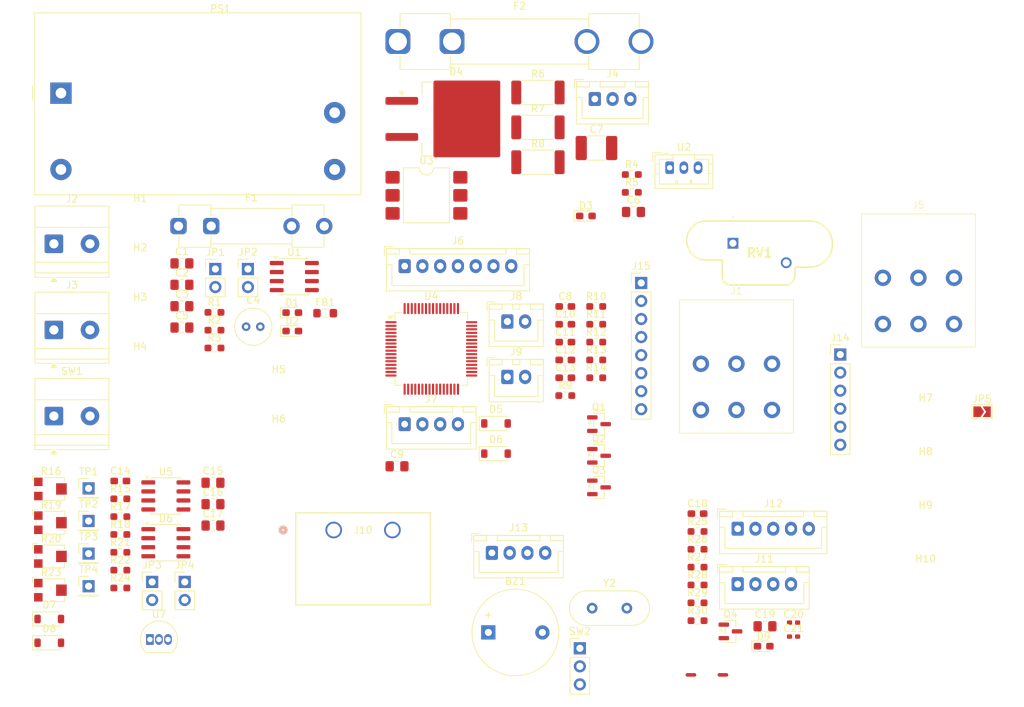
<source format=kicad_pcb>
(kicad_pcb (version 20241229) (generator "pcbnew") (generator_version "9.0")
  (title_block (title "${DOC_TYPE} Document") (date "2024-04-13") (rev "1.1") (company "${COMPANY}"))
  (layers (0 "F.Cu" signal "L1 (Sig, PWR)") (4 "In1.Cu" signal "L2 (GND)") (6 "In2.Cu" signal "L3 (Sig, PWR)") (2 "B.Cu" signal "L6 (Sig, PWR)") (13 "F.Paste" user) (15 "B.Paste" user) (5 "F.SilkS" user "F.Silkscreen") (7 "B.SilkS" user "B.Silkscreen") (1 "F.Mask" user) (3 "B.Mask" user) (25 "Edge.Cuts" user))
  (property "BOARD_NAME" "Toaster-Flo Controller")
  (property "COMPANY" "MTP Engineering LLC")
  (property "DESIGNER" "Michael Pate")
  (property "DOC_TYPE" "PCB")
  (property "PROJECT_NAME" "Toaster-Flo")
  (property "RELEASE_DATE" "02/2026")
  (property "REVIEWER" "Michael Pate")
  (property "REVISION" "2.0")
  (property "VARIANT" "Preliminary")
  (net 0 "")
  (net 1 "GND")
  (net 2 "+5V")
  (net 3 "/Block Diagram/Power Supply Page 3/LDO_CD")
  (net 4 "/Block Diagram/Power Supply Page 3/LDO_VOUT")
  (net 5 "+3.3VA")
  (net 6 "+3.3V")
  (net 7 "/Block Diagram/TRIAC Page 4/L1_F2_RC")
  (net 8 "LN")
  (net 9 "/Block Diagram/Thermocouple Page 6/TC_S1_+")
  (net 10 "/Block Diagram/Power Supply Page 3/3V3_K")
  (net 11 "/Block Diagram/Power Supply Page 3/5V_K")
  (net 12 "/Block Diagram/TRIAC Page 4/D3_K")
  (net 13 "/Block Diagram/TRIAC Page 4/LN_OPTO")
  (net 14 "/Block Diagram/TRIAC Page 4/L1_F2")
  (net 15 "/Block Diagram/MCU Page 5/FAN1_MINUS")
  (net 16 "/Block Diagram/MCU Page 5/FAN2_MINUS")
  (net 17 "/Block Diagram/Thermocouple Page 6/TC_ZENER")
  (net 18 "/Block Diagram/Thermocouple Page 6/TC_PLUS")
  (net 19 "L1")
  (net 20 "/Block Diagram/Power Supply Page 3/L1_F1")
  (net 21 "/Block Diagram/TRIAC Page 4/L1_HEATER")
  (net 22 "D_Heater")
  (net 23 "KP_Col1")
  (net 24 "KP_Row3")
  (net 25 "KP_Col0")
  (net 26 "KP_Row0")
  (net 27 "KP_Col2")
  (net 28 "KP_Row2")
  (net 29 "KP_Row1")
  (net 30 "/Block Diagram/Power Supply Page 3/VDD_AC_DC")
  (net 31 "/Block Diagram/Thermocouple Page 6/TC_S1_OUT")
  (net 32 "/Block Diagram/Thermocouple Page 6/TC_S2_+")
  (net 33 "Net-(JP4-B)")
  (net 34 "/Block Diagram/Thermocouple Page 6/TC_S2_OUT")
  (net 35 "/Block Diagram/Power Supply Page 3/L1_F1_SW")
  (net 36 "/Block Diagram/MCU Page 5/TRIAC_FET_G")
  (net 37 "/Block Diagram/MCU Page 5/FAN1_FET_G")
  (net 38 "/Block Diagram/MCU Page 5/FAN2_FET_G")
  (net 39 "/Block Diagram/Power Supply Page 3/LDO_PWRGD")
  (net 40 "/Block Diagram/TRIAC Page 4/D_R5_OPTO")
  (net 41 "/Block Diagram/TRIAC Page 4/L1_F2_OPTO")
  (net 42 "Fan1")
  (net 43 "Fan2")
  (net 44 "/Block Diagram/Thermocouple Page 6/TC_S1_-")
  (net 45 "/Block Diagram/Thermocouple Page 6/TC_S1_PD")
  (net 46 "/Block Diagram/Thermocouple Page 6/TC_S1_FB")
  (net 47 "/Block Diagram/Thermocouple Page 6/TC_S2_PD")
  (net 48 "/Block Diagram/Thermocouple Page 6/TC_S2_FB")
  (net 49 "TC_VOUT")
  (net 50 "/Block Diagram/Power Supply Page 3/LDO_SENSE")
  (net 51 "TRIAC_TEMP")
  (net 71 "TC_JCT_TEMP")
  (net 72 "/Block Diagram/Thermocouple Page 6/TC_MINUS")
  (net 73 "NRST_SW")
  (net 74 "/Block Diagram/MCU Page 5/STM_VCAP")
  (net 75 "/Block Diagram/MCU Page 5/HSE_OUT")
  (net 76 "/Block Diagram/MCU Page 5/HSE_IN")
  (net 77 "/Block Diagram/MCU Page 5/STM_USR_LED_K")
  (net 78 "/Block Diagram/MCU Page 5/STM_USR_LED")
  (net 79 "Soft_Power")
  (net 80 "I2C_SDA")
  (net 81 "I2C_CLK")
  (net 82 "SPI_CLK")
  (net 83 "SPI_MISO")
  (net 84 "TC_CS")
  (net 85 "/Block Diagram/MCU Page 5/BUZ_FET_G")
  (net 86 "Net-(Q4-D)")
  (net 87 "/Block Diagram/MCU Page 5/HEAT_OUT")
  (net 88 "/Block Diagram/MCU Page 5/BOOT0")
  (net 89 "/Block Diagram/MCU Page 5/BOOT0_SW")
  (net 90 "/Block Diagram/MCU Page 5/BUZZER_MINUS")
  (net 91 "Buzzer")
  (net 92 "GNDPWR")
  (net 93 "SWDIO")
  (net 94 "SWDCLK")
  (net 95 "PB1")
  (net 96 "PC11")
  (net 97 "PD2")
  (net 98 "PC9")
  (net 99 "PC10")
  (net 100 "PC8")
  (net 101 "PB2")
  (net 102 "PB0")
  (footprint "Potentiometer_SMD:Potentiometer_Bourns_TC33X_Vertical" (layer "F.Cu") (at 130.9925 113.97)
    (property "Reference" "R19" (at 0 -2.5 0) (layer "F.SilkS"))
    (property "Value" "TC33X-2-102E")
    (pad "1" smd rect (at -1.8 -1) (size 1.2 1.2) (layers "F.Cu" "F.Mask" "F.Paste") (net 31 "/Block Diagram/Thermocouple Page 6/TC_S1_OUT"))
    (pad "2" smd rect (at 1.45 0) (size 1.5 1.6) (layers "F.Cu" "F.Mask" "F.Paste") (net 46 "/Block Diagram/Thermocouple Page 6/TC_S1_FB"))
    (pad "3" smd rect (at -1.8 1) (size 1.2 1.2) (layers "F.Cu" "F.Mask" "F.Paste"))
  )
  (footprint "Capacitor_SMD:C_0805_2012Metric_Pad1.18x1.45mm_HandSolder" (layer "F.Cu") (at 153.7625 111.36)
    (property "Reference" "C16" (at 0 -1.68 0) (layer "F.SilkS"))
    (property "Value" "100nF")
    (pad "1" smd roundrect (at -1.0375 0) (size 1.175 1.45) (layers "F.Cu" "F.Mask" "F.Paste") (roundrect_rratio 0.212766) (net 5 "+3.3VA"))
    (pad "2" smd roundrect (at 1.0375 0) (size 1.175 1.45) (layers "F.Cu" "F.Mask" "F.Paste") (roundrect_rratio 0.212766) (net 1 "GND"))
  )
  (footprint "Package_SO:SOIC-8_3.9x4.9mm_P1.27mm" (layer "F.Cu") (at 165.2025 79.325)
    (property "Reference" "U1" (at 0 -3.4 0) (layer "F.SilkS"))
    (property "Value" "MCP1727T-3302E/SN")
    (pad "1" smd roundrect (at -2.475 -1.905) (size 1.95 0.6) (layers "F.Cu" "F.Mask" "F.Paste") (net 2 "+5V"))
    (pad "2" smd roundrect (at -2.475 -0.635) (size 1.95 0.6) (layers "F.Cu" "F.Mask" "F.Paste") (net 2 "+5V"))
    (pad "3" smd roundrect (at -2.475 0.635) (size 1.95 0.6) (layers "F.Cu" "F.Mask" "F.Paste") (net 2 "+5V"))
    (pad "4" smd roundrect (at -2.475 1.905) (size 1.95 0.6) (layers "F.Cu" "F.Mask" "F.Paste") (net 1 "GND"))
    (pad "5" smd roundrect (at 2.475 1.905) (size 1.95 0.6) (layers "F.Cu" "F.Mask" "F.Paste") (net 39 "/Block Diagram/Power Supply Page 3/LDO_PWRGD"))
    (pad "6" smd roundrect (at 2.475 0.635) (size 1.95 0.6) (layers "F.Cu" "F.Mask" "F.Paste") (net 3 "/Block Diagram/Power Supply Page 3/LDO_CD"))
    (pad "7" smd roundrect (at 2.475 -0.635) (size 1.95 0.6) (layers "F.Cu" "F.Mask" "F.Paste") (net 50 "/Block Diagram/Power Supply Page 3/LDO_SENSE"))
    (pad "8" smd roundrect (at 2.475 -1.905) (size 1.95 0.6) (layers "F.Cu" "F.Mask" "F.Paste") (net 4 "/Block Diagram/Power Supply Page 3/LDO_VOUT"))
  )
  (footprint "Package_QFP:LQFP-64_10x10mm_P0.5mm" (layer "F.Cu") (at 184.4725 89.5)
    (property "Reference" "U4" (at 0 -7.4 0) (layer "F.SilkS"))
    (property "Value" "STM32F401RETx")
    (pad "1" smd roundrect (at -5.675 -3.75) (size 1.55 0.3) (layers "F.Cu" "F.Mask" "F.Paste") (net 5 "+3.3VA"))
    (pad "2" smd roundrect (at -5.675 -3.25) (size 1.55 0.3) (layers "F.Cu" "F.Mask" "F.Paste") (net 79 "Soft_Power"))
    (pad "3" smd roundrect (at -5.675 -2.75) (size 1.55 0.3) (layers "F.Cu" "F.Mask" "F.Paste"))
    (pad "4" smd roundrect (at -5.675 -2.25) (size 1.55 0.3) (layers "F.Cu" "F.Mask" "F.Paste"))
    (pad "5" smd roundrect (at -5.675 -1.75) (size 1.55 0.3) (layers "F.Cu" "F.Mask" "F.Paste") (net 76 "/Block Diagram/MCU Page 5/HSE_IN"))
    (pad "6" smd roundrect (at -5.675 -1.25) (size 1.55 0.3) (layers "F.Cu" "F.Mask" "F.Paste") (net 75 "/Block Diagram/MCU Page 5/HSE_OUT"))
    (pad "7" smd roundrect (at -5.675 -0.75) (size 1.55 0.3) (layers "F.Cu" "F.Mask" "F.Paste") (net 73 "NRST_SW"))
    (pad "8" smd roundrect (at -5.675 -0.25) (size 1.55 0.3) (layers "F.Cu" "F.Mask" "F.Paste"))
    (pad "9" smd roundrect (at -5.675 0.25) (size 1.55 0.3) (layers "F.Cu" "F.Mask" "F.Paste"))
    (pad "10" smd roundrect (at -5.675 0.75) (size 1.55 0.3) (layers "F.Cu" "F.Mask" "F.Paste") (net 83 "SPI_MISO"))
    (pad "11" smd roundrect (at -5.675 1.25) (size 1.55 0.3) (layers "F.Cu" "F.Mask" "F.Paste"))
    (pad "12" smd roundrect (at -5.675 1.75) (size 1.55 0.3) (layers "F.Cu" "F.Mask" "F.Paste") (net 1 "GND"))
    (pad "13" smd roundrect (at -5.675 2.25) (size 1.55 0.3) (layers "F.Cu" "F.Mask" "F.Paste") (net 5 "+3.3VA"))
    (pad "14" smd roundrect (at -5.675 2.75) (size 1.55 0.3) (layers "F.Cu" "F.Mask" "F.Paste") (net 25 "KP_Col0"))
    (pad "15" smd roundrect (at -5.675 3.25) (size 1.55 0.3) (layers "F.Cu" "F.Mask" "F.Paste") (net 23 "KP_Col1"))
    (pad "16" smd roundrect (at -5.675 3.75) (size 1.55 0.3) (layers "F.Cu" "F.Mask" "F.Paste") (net 49 "TC_VOUT"))
    (pad "17" smd roundrect (at -3.75 5.675) (size 0.3 1.55) (layers "F.Cu" "F.Mask" "F.Paste"))
    (pad "18" smd roundrect (at -3.25 5.675) (size 0.3 1.55) (layers "F.Cu" "F.Mask" "F.Paste") (net 1 "GND"))
    (pad "19" smd roundrect (at -2.75 5.675) (size 0.3 1.55) (layers "F.Cu" "F.Mask" "F.Paste") (net 6 "+3.3V"))
    (pad "20" smd roundrect (at -2.25 5.675) (size 0.3 1.55) (layers "F.Cu" "F.Mask" "F.Paste") (net 27 "KP_Col2"))
    (pad "21" smd roundrect (at -1.75 5.675) (size 0.3 1.55) (layers "F.Cu" "F.Mask" "F.Paste") (net 78 "/Block Diagram/MCU Page 5/STM_USR_LED"))
    (pad "22" smd roundrect (at -1.25 5.675) (size 0.3 1.55) (layers "F.Cu" "F.Mask" "F.Paste"))
    (pad "23" smd roundrect (at -0.75 5.675) (size 0.3 1.55) (layers "F.Cu" "F.Mask" "F.Paste"))
    (pad "24" smd roundrect (at -0.25 5.675) (size 0.3 1.55) (layers "F.Cu" "F.Mask" "F.Paste"))
    (pad "25" smd roundrect (at 0.25 5.675) (size 0.3 1.55) (layers "F.Cu" "F.Mask" "F.Paste"))
    (pad "26" smd roundrect (at 0.75 5.675) (size 0.3 1.55) (layers "F.Cu" "F.Mask" "F.Paste") (net 102 "PB0"))
    (pad "27" smd roundrect (at 1.25 5.675) (size 0.3 1.55) (layers "F.Cu" "F.Mask" "F.Paste") (net 95 "PB1"))
    (pad "28" smd roundrect (at 1.75 5.675) (size 0.3 1.55) (layers "F.Cu" "F.Mask" "F.Paste") (net 101 "PB2"))
    (pad "29" smd roundrect (at 2.25 5.675) (size 0.3 1.55) (layers "F.Cu" "F.Mask" "F.Paste") (net 82 "SPI_CLK"))
    (pad "30" smd roundrect (at 2.75 5.675) (size 0.3 1.55) (layers "F.Cu" "F.Mask" "F.Paste") (net 74 "/Block Diagram/MCU Page 5/STM_VCAP"))
    (pad "31" smd roundrect (at 3.25 5.675) (size 0.3 1.55) (layers "F.Cu" "F.Mask" "F.Paste") (net 1 "GND"))
    (pad "32" smd roundrect (at 3.75 5.675) (size 0.3 1.55) (layers "F.Cu" "F.Mask" "F.Paste") (net 6 "+3.3V"))
    (pad "33" smd roundrect (at 5.675 3.75) (size 1.55 0.3) (layers "F.Cu" "F.Mask" "F.Paste") (net 51 "TRIAC_TEMP"))
    (pad "34" smd roundrect (at 5.675 3.25) (size 1.55 0.3) (layers "F.Cu" "F.Mask" "F.Paste") (net 71 "TC_JCT_TEMP"))
    (pad "35" smd roundrect (at 5.675 2.75) (size 1.55 0.3) (layers "F.Cu" "F.Mask" "F.Paste") (net 42 "Fan1"))
    (pad "36" smd roundrect (at 5.675 2.25) (size 1.55 0.3) (layers "F.Cu" "F.Mask" "F.Paste") (net 43 "Fan2"))
    (pad "37" smd roundrect (at 5.675 1.75) (size 1.55 0.3) (layers "F.Cu" "F.Mask" "F.Paste"))
    (pad "38" smd roundrect (at 5.675 1.25) (size 1.55 0.3) (layers "F.Cu" "F.Mask" "F.Paste") (net 91 "Buzzer"))
    (pad "39" smd roundrect (at 5.675 0.75) (size 1.55 0.3) (layers "F.Cu" "F.Mask" "F.Paste") (net 100 "PC8"))
    (pad "40" smd roundrect (at 5.675 0.25) (size 1.55 0.3) (layers "F.Cu" "F.Mask" "F.Paste") (net 98 "PC9"))
    (pad "41" smd roundrect (at 5.675 -0.25) (size 1.55 0.3) (layers "F.Cu" "F.Mask" "F.Paste") (net 84 "TC_CS"))
    (pad "42" smd roundrect (at 5.675 -0.75) (size 1.55 0.3) (layers "F.Cu" "F.Mask" "F.Paste") (net 87 "/Block Diagram/MCU Page 5/HEAT_OUT"))
    (pad "43" smd roundrect (at 5.675 -1.25) (size 1.55 0.3) (layers "F.Cu" "F.Mask" "F.Paste"))
    (pad "44" smd roundrect (at 5.675 -1.75) (size 1.55 0.3) (layers "F.Cu" "F.Mask" "F.Paste"))
    (pad "45" smd roundrect (at 5.675 -2.25) (size 1.55 0.3) (layers "F.Cu" "F.Mask" "F.Paste"))
    (pad "46" smd roundrect (at 5.675 -2.75) (size 1.55 0.3) (layers "F.Cu" "F.Mask" "F.Paste") (net 93 "SWDIO"))
    (pad "47" smd roundrect (at 5.675 -3.25) (size 1.55 0.3) (layers "F.Cu" "F.Mask" "F.Paste") (net 1 "GND"))
    (pad "48" smd roundrect (at 5.675 -3.75) (size 1.55 0.3) (layers "F.Cu" "F.Mask" "F.Paste") (net 6 "+3.3V"))
    (pad "49" smd roundrect (at 3.75 -5.675) (size 0.3 1.55) (layers "F.Cu" "F.Mask" "F.Paste") (net 94 "SWDCLK"))
    (pad "50" smd roundrect (at 3.25 -5.675) (size 0.3 1.55) (layers "F.Cu" "F.Mask" "F.Paste"))
    (pad "51" smd roundrect (at 2.75 -5.675) (size 0.3 1.55) (layers "F.Cu" "F.Mask" "F.Paste") (net 99 "PC10"))
    (pad "52" smd roundrect (at 2.25 -5.675) (size 0.3 1.55) (layers "F.Cu" "F.Mask" "F.Paste") (net 96 "PC11"))
    (pad "53" smd roundrect (at 1.75 -5.675) (size 0.3 1.55) (layers "F.Cu" "F.Mask" "F.Paste"))
    (pad "54" smd roundrect (at 1.25 -5.675) (size 0.3 1.55) (layers "F.Cu" "F.Mask" "F.Paste") (net 97 "PD2"))
    (pad "55" smd roundrect (at 0.75 -5.675) (size 0.3 1.55) (layers "F.Cu" "F.Mask" "F.Paste") (net 26 "KP_Row0"))
    (pad "56" smd roundrect (at 0.25 -5.675) (size 0.3 1.55) (layers "F.Cu" "F.Mask" "F.Paste") (net 29 "KP_Row1"))
    (pad "57" smd roundrect (at -0.25 -5.675) (size 0.3 1.55) (layers "F.Cu" "F.Mask" "F.Paste") (net 28 "KP_Row2"))
    (pad "58" smd roundrect (at -0.75 -5.675) (size 0.3 1.55) (layers "F.Cu" "F.Mask" "F.Paste") (net 24 "KP_Row3"))
    (pad "59" smd roundrect (at -1.25 -5.675) (size 0.3 1.55) (layers "F.Cu" "F.Mask" "F.Paste"))
    (pad "60" smd roundrect (at -1.75 -5.675) (size 0.3 1.55) (layers "F.Cu" "F.Mask" "F.Paste") (net 88 "/Block Diagram/MCU Page 5/BOOT0"))
    (pad "61" smd roundrect (at -2.25 -5.675) (size 0.3 1.55) (layers "F.Cu" "F.Mask" "F.Paste") (net 81 "I2C_CLK"))
    (pad "62" smd roundrect (at -2.75 -5.675) (size 0.3 1.55) (layers "F.Cu" "F.Mask" "F.Paste") (net 80 "I2C_SDA"))
    (pad "63" smd roundrect (at -3.25 -5.675) (size 0.3 1.55) (layers "F.Cu" "F.Mask" "F.Paste") (net 1 "GND"))
    (pad "64" smd roundrect (at -3.75 -5.675) (size 0.3 1.55) (layers "F.Cu" "F.Mask" "F.Paste") (net 6 "+3.3V"))
  )
  (footprint "Capacitor_SMD:C_0603_1608Metric_Pad1.08x0.95mm_HandSolder" (layer "F.Cu") (at 203.3225 83.53)
    (property "Reference" "C8" (at 0 -1.43 0) (layer "F.SilkS"))
    (property "Value" "100nF")
    (pad "1" smd roundrect (at -0.8625 0) (size 1.075 0.95) (layers "F.Cu" "F.Mask" "F.Paste") (net 5 "+3.3VA"))
    (pad "2" smd roundrect (at 0.8625 0) (size 1.075 0.95) (layers "F.Cu" "F.Mask" "F.Paste") (net 1 "GND"))
  )
  (footprint "Resistor_SMD:R_0603_1608Metric_Pad0.98x0.95mm_HandSolder" (layer "F.Cu") (at 153.9725 86.87)
    (property "Reference" "R2" (at 0 -1.43 0) (layer "F.SilkS"))
    (property "Value" "220")
    (pad "1" smd roundrect (at -0.9125 0) (size 0.975 0.95) (layers "F.Cu" "F.Mask" "F.Paste") (net 10 "/Block Diagram/Power Supply Page 3/3V3_K"))
    (pad "2" smd roundrect (at 0.9125 0) (size 0.975 0.95) (layers "F.Cu" "F.Mask" "F.Paste") (net 1 "GND"))
  )
  (footprint "Resistor_SMD:R_0603_1608Metric_Pad0.98x0.95mm_HandSolder" (layer "F.Cu") (at 221.9225 117.72)
    (property "Reference" "R26" (at 0 -1.43 0) (layer "F.SilkS"))
    (property "Value" "100k")
    (pad "1" smd roundrect (at -0.9125 0) (size 0.975 0.95) (layers "F.Cu" "F.Mask" "F.Paste") (net 89 "/Block Diagram/MCU Page 5/BOOT0_SW"))
    (pad "2" smd roundrect (at 0.9125 0) (size 0.975 0.95) (layers "F.Cu" "F.Mask" "F.Paste") (net 88 "/Block Diagram/MCU Page 5/BOOT0"))
  )
  (footprint "Package_TO_SOT_SMD:SOT-23" (layer "F.Cu") (at 208.0625 100.1)
    (property "Reference" "Q1" (at 0 -2.4 0) (layer "F.SilkS"))
    (property "Value" "IRLML6244TRPBF")
    (pad "1" smd roundrect (at -0.9375 -0.95) (size 1.475 0.6) (layers "F.Cu" "F.Mask" "F.Paste") (net 36 "/Block Diagram/MCU Page 5/TRIAC_FET_G"))
    (pad "2" smd roundrect (at -0.9375 0.95) (size 1.475 0.6) (layers "F.Cu" "F.Mask" "F.Paste") (net 1 "GND"))
    (pad "3" smd roundrect (at 0.9375 0) (size 1.475 0.6) (layers "F.Cu" "F.Mask" "F.Paste") (net 22 "D_Heater"))
  )
  (footprint "Resistor_SMD:R_0603_1608Metric_Pad0.98x0.95mm_HandSolder" (layer "F.Cu") (at 221.9225 125.25)
    (property "Reference" "R29" (at 0 -1.43 0) (layer "F.SilkS"))
    (property "Value" "220")
    (pad "1" smd roundrect (at -0.9125 0) (size 0.975 0.95) (layers "F.Cu" "F.Mask" "F.Paste") (net 91 "Buzzer"))
    (pad "2" smd roundrect (at 0.9125 0) (size 0.975 0.95) (layers "F.Cu" "F.Mask" "F.Paste") (net 85 "/Block Diagram/MCU Page 5/BUZ_FET_G"))
  )
  (footprint "Package_TO_SOT_SMD:SOT-23" (layer "F.Cu") (at 208.0625 109)
    (property "Reference" "Q3" (at 0 -2.4 0) (layer "F.SilkS"))
    (property "Value" "IRLML6244TRPBF")
    (pad "1" smd roundrect (at -0.9375 -0.95) (size 1.475 0.6) (layers "F.Cu" "F.Mask" "F.Paste") (net 38 "/Block Diagram/MCU Page 5/FAN2_FET_G"))
    (pad "2" smd roundrect (at -0.9375 0.95) (size 1.475 0.6) (layers "F.Cu" "F.Mask" "F.Paste") (net 1 "GND"))
    (pad "3" smd roundrect (at 0.9375 0) (size 1.475 0.6) (layers "F.Cu" "F.Mask" "F.Paste") (net 16 "/Block Diagram/MCU Page 5/FAN2_MINUS"))
  )
  (footprint "Resistor_SMD:R_2512_6332Metric_Pad1.40x3.35mm_HandSolder" (layer "F.Cu") (at 199.4725 63.23)
    (property "Reference" "R8" (at 0 -2.63 0) (layer "F.SilkS"))
    (property "Value" "39")
    (pad "1" smd roundrect (at -3.05 0) (size 1.4 3.35) (layers "F.Cu" "F.Mask" "F.Paste") (roundrect_rratio 0.178571) (net 7 "/Block Diagram/TRIAC Page 4/L1_F2_RC"))
    (pad "2" smd roundrect (at 3.05 0) (size 1.4 3.35) (layers "F.Cu" "F.Mask" "F.Paste") (roundrect_rratio 0.178571) (net 14 "/Block Diagram/TRIAC Page 4/L1_F2"))
  )
  (footprint "Package_TO_SOT_SMD:SOT-23" (layer "F.Cu") (at 208.0625 104.55)
    (property "Reference" "Q2" (at 0 -2.4 0) (layer "F.SilkS"))
    (property "Value" "IRLML6244TRPBF")
    (pad "1" smd roundrect (at -0.9375 -0.95) (size 1.475 0.6) (layers "F.Cu" "F.Mask" "F.Paste") (net 37 "/Block Diagram/MCU Page 5/FAN1_FET_G"))
    (pad "2" smd roundrect (at -0.9375 0.95) (size 1.475 0.6) (layers "F.Cu" "F.Mask" "F.Paste") (net 1 "GND"))
    (pad "3" smd roundrect (at 0.9375 0) (size 1.475 0.6) (layers "F.Cu" "F.Mask" "F.Paste") (net 15 "/Block Diagram/MCU Page 5/FAN1_MINUS"))
  )
  (footprint "Connector_PinHeader_2.54mm:PinHeader_1x06_P2.54mm_Vertical" (layer "F.Cu") (at 242 90.3)
    (property "Reference" "J14" (at 0 -2.38 0) (layer "F.SilkS"))
    (property "Value" "Conn_01x06")
    (pad "1" thru_hole rect (at 0 0) (size 1.7 1.7) (drill 1) (layers "*.Cu" "*.Mask") (net 2 "+5V"))
    (pad "2" thru_hole circle (at 0 2.54) (size 1.7 1.7) (drill 1) (layers "*.Cu" "*.Mask") (net 2 "+5V"))
    (pad "3" thru_hole circle (at 0 5.08) (size 1.7 1.7) (drill 1) (layers "*.Cu" "*.Mask") (net 6 "+3.3V"))
    (pad "4" thru_hole circle (at 0 7.62) (size 1.7 1.7) (drill 1) (layers "*.Cu" "*.Mask") (net 6 "+3.3V"))
    (pad "5" thru_hole circle (at 0 10.16) (size 1.7 1.7) (drill 1) (layers "*.Cu" "*.Mask") (net 1 "GND"))
    (pad "6" thru_hole circle (at 0 12.7) (size 1.7 1.7) (drill 1) (layers "*.Cu" "*.Mask") (net 1 "GND"))
  )
  (footprint "Package_TO_SOT_THT:TO-92_Inline" (layer "F.Cu") (at 144.8925 130.41)
    (property "Reference" "U7" (at 1.27 -3.56 0) (layer "F.SilkS"))
    (property "Value" "DS18B20+")
    (pad "1" thru_hole rect (at 0 0) (size 1.05 1.5) (drill 0.75) (layers "*.Cu" "*.Mask") (net 1 "GND"))
    (pad "2" thru_hole oval (at 1.27 0) (size 1.05 1.5) (drill 0.75) (layers "*.Cu" "*.Mask") (net 71 "TC_JCT_TEMP"))
    (pad "3" thru_hole oval (at 2.54 0) (size 1.05 1.5) (drill 0.75) (layers "*.Cu" "*.Mask") (net 6 "+3.3V"))
  )
  (footprint "Capacitor_SMD:C_0805_2012Metric_Pad1.18x1.45mm_HandSolder" (layer "F.Cu") (at 149.3925 83.49)
    (property "Reference" "C3" (at 0 -1.68 0) (layer "F.SilkS"))
    (property "Value" "10uF")
    (pad "1" smd roundrect (at -1.0375 0) (size 1.175 1.45) (layers "F.Cu" "F.Mask" "F.Paste") (roundrect_rratio 0.212766) (net 4 "/Block Diagram/Power Supply Page 3/LDO_VOUT"))
    (pad "2" smd roundrect (at 1.0375 0) (size 1.175 1.45) (layers "F.Cu" "F.Mask" "F.Paste") (roundrect_rratio 0.212766) (net 1 "GND"))
  )
  (footprint "MountingHole:MountingHole_3mm" (layer "F.Cu") (at 254 107.9)
    (property "Reference" "H8" (at 0 -3.95 0) (layer "F.SilkS"))
    (property "Value" "MountingHole")
    (pad "" np_thru_hole circle (at 0 0) (size 3 3) (drill 3) (layers "*.Cu" "*.Mask"))
  )
  (footprint "Resistor_SMD:R_0603_1608Metric_Pad0.98x0.95mm_HandSolder" (layer "F.Cu") (at 207.6725 88.55)
    (property "Reference" "R12" (at 0 -1.43 0) (layer "F.SilkS"))
    (property "Value" "1k")
    (pad "1" smd roundrect (at -0.9125 0) (size 0.975 0.95) (layers "F.Cu" "F.Mask" "F.Paste") (net 43 "Fan2"))
    (pad "2" smd roundrect (at 0.9125 0) (size 0.975 0.95) (layers "F.Cu" "F.Mask" "F.Paste") (net 38 "/Block Diagram/MCU Page 5/FAN2_FET_G"))
  )
  (footprint "TerminalBlock_Phoenix:TerminalBlock_Phoenix_MKDS-1,5-2-5.08_1x02_P5.08mm_Horizontal" (layer "F.Cu") (at 131.3825 98.96)
    (property "Reference" "SW1" (at 2.54 -6.32 0) (layer "F.SilkS"))
    (property "Value" "SW_SPST")
    (pad "1" thru_hole roundrect (at 0 0) (size 2.6 2.6) (drill 1.3) (layers "*.Cu" "*.Mask") (roundrect_rratio 0.096154) (net 20 "/Block Diagram/Power Supply Page 3/L1_F1"))
    (pad "2" thru_hole circle (at 5.08 0) (size 2.6 2.6) (drill 1.3) (layers "*.Cu" "*.Mask") (net 35 "/Block Diagram/Power Supply Page 3/L1_F1_SW"))
  )
  (footprint "Resistor_SMD:R_0603_1608Metric_Pad0.98x0.95mm_HandSolder" (layer "F.Cu") (at 207.6725 83.53)
    (property "Reference" "R10" (at 0 -1.43 0) (layer "F.SilkS"))
    (property "Value" "10k")
    (pad "1" smd roundrect (at -0.9125 0) (size 0.975 0.95) (layers "F.Cu" "F.Mask" "F.Paste") (net 36 "/Block Diagram/MCU Page 5/TRIAC_FET_G"))
    (pad "2" smd roundrect (at 0.9125 0) (size 0.975 0.95) (layers "F.Cu" "F.Mask" "F.Paste") (net 1 "GND"))
  )
  (footprint "Capacitor_SMD:C_0805_2012Metric_Pad1.18x1.45mm_HandSolder" (layer "F.Cu") (at 149.3925 86.5)
    (property "Reference" "C5" (at 0 -1.68 0) (layer "F.SilkS"))
    (property "Value" "10uF")
    (pad "1" smd roundrect (at -1.0375 0) (size 1.175 1.45) (layers "F.Cu" "F.Mask" "F.Paste") (roundrect_rratio 0.212766) (net 5 "+3.3VA"))
    (pad "2" smd roundrect (at 1.0375 0) (size 1.175 1.45) (layers "F.Cu" "F.Mask" "F.Paste") (roundrect_rratio 0.212766) (net 1 "GND"))
  )
  (footprint "MountingHole:MountingHole_2.7mm" (layer "F.Cu") (at 143.5125 71.95)
    (property "Reference" "H1" (at 0 -3.65 0) (layer "F.SilkS"))
    (property "Value" "MountingHole_Pad")
    (pad "" np_thru_hole circle (at 0 0) (size 2.7 2.7) (drill 2.7) (layers "*.Cu" "*.Mask"))
  )
  (footprint "Resistor_SMD:R_0603_1608Metric_Pad0.98x0.95mm_HandSolder" (layer "F.Cu") (at 221.9225 127.76)
    (property "Reference" "R30" (at 0 -1.43 0) (layer "F.SilkS"))
    (property "Value" "10k")
    (pad "1" smd roundrect (at -0.9125 0) (size 0.975 0.95) (layers "F.Cu" "F.Mask" "F.Paste") (net 85 "/Block Diagram/MCU Page 5/BUZ_FET_G"))
    (pad "2" smd roundrect (at 0.9125 0) (size 0.975 0.95) (layers "F.Cu" "F.Mask" "F.Paste") (net 1 "GND"))
  )
  (footprint "Capacitor_SMD:C_0805_2012Metric_Pad1.18x1.45mm_HandSolder" (layer "F.Cu") (at 179.6525 106.03)
    (property "Reference" "C9" (at 0 -1.68 0) (layer "F.SilkS"))
    (property "Value" "1uF")
    (pad "1" smd roundrect (at -1.0375 0) (size 1.175 1.45) (layers "F.Cu" "F.Mask" "F.Paste") (roundrect_rratio 0.212766) (net 6 "+3.3V"))
    (pad "2" smd roundrect (at 1.0375 0) (size 1.175 1.45) (layers "F.Cu" "F.Mask" "F.Paste") (roundrect_rratio 0.212766) (net 1 "GND"))
  )
  (footprint "Resistor_SMD:R_0603_1608Metric_Pad0.98x0.95mm_HandSolder" (layer "F.Cu") (at 140.7325 123.16)
    (property "Reference" "R24" (at 0 -1.43 0) (layer "F.SilkS"))
    (property "Value" "1k")
    (pad "1" smd roundrect (at -0.9125 0) (size 0.975 0.95) (layers "F.Cu" "F.Mask" "F.Paste") (net 34 "/Block Diagram/Thermocouple Page 6/TC_S2_OUT"))
    (pad "2" smd roundrect (at 0.9125 0) (size 0.975 0.95) (layers "F.Cu" "F.Mask" "F.Paste") (net 49 "TC_VOUT"))
  )
  (footprint "Package_SO:SOIC-8_3.9x4.9mm_P1.27mm" (layer "F.Cu") (at 147.1325 116.79)
    (property "Reference" "U6" (at 0 -3.4 0) (layer "F.SilkS"))
    (property "Value" "OPA333AIDCKT")
    (pad "1" smd roundrect (at -2.475 -1.905) (size 1.95 0.6) (layers "F.Cu" "F.Mask" "F.Paste") (net 34 "/Block Diagram/Thermocouple Page 6/TC_S2_OUT"))
    (pad "2" smd roundrect (at -2.475 -0.635) (size 1.95 0.6) (layers "F.Cu" "F.Mask" "F.Paste") (net 1 "GND"))
    (pad "3" smd roundrect (at -2.475 0.635) (size 1.95 0.6) (layers "F.Cu" "F.Mask" "F.Paste") (net 32 "/Block Diagram/Thermocouple Page 6/TC_S2_+"))
    (pad "4" smd roundrect (at -2.475 1.905) (size 1.95 0.6) (layers "F.Cu" "F.Mask" "F.Paste") (net 44 "/Block Diagram/Thermocouple Page 6/TC_S1_-"))
    (pad "5" smd roundrect (at 2.475 1.905) (size 1.95 0.6) (layers "F.Cu" "F.Mask" "F.Paste") (net 5 "+3.3VA"))
    (pad "6" smd roundrect (at 2.475 0.635) (size 1.95 0.6) (layers "F.Cu" "F.Mask" "F.Paste"))
    (pad "7" smd roundrect (at 2.475 -0.635) (size 1.95 0.6) (layers "F.Cu" "F.Mask" "F.Paste"))
    (pad "8" smd roundrect (at 2.475 -1.905) (size 1.95 0.6) (layers "F.Cu" "F.Mask" "F.Paste"))
  )
  (footprint "Resistor_SMD:R_0603_1608Metric_Pad0.98x0.95mm_HandSolder" (layer "F.Cu") (at 207.6725 91.06)
    (property "Reference" "R13" (at 0 -1.43 0) (layer "F.SilkS"))
    (property "Value" "10k")
    (pad "1" smd roundrect (at -0.9125 0) (size 0.975 0.95) (layers "F.Cu" "F.Mask" "F.Paste") (net 37 "/Block Diagram/MCU Page 5/FAN1_FET_G"))
    (pad "2" smd roundrect (at 0.9125 0) (size 0.975 0.95) (layers "F.Cu" "F.Mask" "F.Paste") (net 1 "GND"))
  )
  (footprint "MountingHole:MountingHole_3mm" (layer "F.Cu") (at 254 115.45)
    (property "Reference" "H9" (at 0 -3.95 0) (layer "F.SilkS"))
    (property "Value" "MountingHole")
    (pad "" np_thru_hole circle (at 0 0) (size 3 3) (drill 3) (layers "*.Cu" "*.Mask"))
  )
  (footprint "LED_SMD:LED_0603_1608Metric_Pad1.05x0.95mm_HandSolder" (layer "F.Cu") (at 164.9175 84.4)
    (property "Reference" "D1" (at 0 -1.43 0) (layer "F.SilkS"))
    (property "Value" "RED")
    (pad "1" smd roundrect (at -0.875 0) (size 1.05 0.95) (layers "F.Cu" "F.Mask" "F.Paste") (net 10 "/Block Diagram/Power Supply Page 3/3V3_K"))
    (pad "2" smd roundrect (at 0.875 0) (size 1.05 0.95) (layers "F.Cu" "F.Mask" "F.Paste") (net 6 "+3.3V"))
  )
  (footprint "Capacitor_SMD:C_0603_1608Metric_Pad1.08x0.95mm_HandSolder" (layer "F.Cu") (at 203.3225 91.06)
    (property "Reference" "C12" (at 0 -1.43 0) (layer "F.SilkS"))
    (property "Value" "100nF")
    (pad "1" smd roundrect (at -0.8625 0) (size 1.075 0.95) (layers "F.Cu" "F.Mask" "F.Paste") (net 6 "+3.3V"))
    (pad "2" smd roundrect (at 0.8625 0) (size 1.075 0.95) (layers "F.Cu" "F.Mask" "F.Paste") (net 1 "GND"))
  )
  (footprint "Capacitor_SMD:C_0402_1005Metric_Pad0.74x0.62mm_HandSolder" (layer "F.Cu") (at 235.4325 130)
    (property "Reference" "C21" (at 0 -1.16 0) (layer "F.SilkS"))
    (property "Value" "16pF")
    (pad "1" smd roundrect (at -0.5675 0) (size 0.735 0.62) (layers "F.Cu" "F.Mask" "F.Paste") (net 76 "/Block Diagram/MCU Page 5/HSE_IN"))
    (pad "2" smd roundrect (at 0.5675 0) (size 0.735 0.62) (layers "F.Cu" "F.Mask" "F.Paste") (net 1 "GND"))
  )
  (footprint "Connector_JST:JST_XH_B4B-XH-A_1x04_P2.50mm_Vertical" (layer "F.Cu") (at 227.5725 122.62)
    (property "Reference" "J11" (at 3.75 -3.55 0) (layer "F.SilkS"))
    (property "Value" "Conn_01x04")
    (pad "1" thru_hole roundrect (at 0 0) (size 1.7 1.95) (drill 0.95) (layers "*.Cu" "*.Mask") (roundrect_rratio 0.147059) (net 1 "GND"))
    (pad "2" thru_hole oval (at 2.5 0) (size 1.7 1.95) (drill 0.95) (layers "*.Cu" "*.Mask") (net 2 "+5V"))
    (pad "3" thru_hole oval (at 5 0) (size 1.7 1.95) (drill 0.95) (layers "*.Cu" "*.Mask") (net 81 "I2C_CLK"))
    (pad "4" thru_hole oval (at 7.5 0) (size 1.7 1.95) (drill 0.95) (layers "*.Cu" "*.Mask") (net 80 "I2C_SDA"))
  )
  (footprint "Potentiometer_SMD:Potentiometer_Bourns_TC33X_Vertical" (layer "F.Cu") (at 130.9925 109.22)
    (property "Reference" "R16" (at 0 -2.5 0) (layer "F.SilkS"))
    (property "Value" "TC33X-2-103E")
    (pad "1" smd rect (at -1.8 -1) (size 1.2 1.2) (layers "F.Cu" "F.Mask" "F.Paste") (net 44 "/Block Diagram/Thermocouple Page 6/TC_S1_-"))
    (pad "2" smd rect (at 1.45 0) (size 1.5 1.6) (layers "F.Cu" "F.Mask" "F.Paste") (net 45 "/Block Diagram/Thermocouple Page 6/TC_S1_PD"))
    (pad "3" smd rect (at -1.8 1) (size 1.2 1.2) (layers "F.Cu" "F.Mask" "F.Paste"))
  )
  (footprint "Package_SO:SOIC-8_3.9x4.9mm_P1.27mm" (layer "F.Cu") (at 147.1325 110.205)
    (property "Reference" "U5" (at 0 -3.4 0) (layer "F.SilkS"))
    (property "Value" "OPA333AIDCKT")
    (pad "1" smd roundrect (at -2.475 -1.905) (size 1.95 0.6) (layers "F.Cu" "F.Mask" "F.Paste") (net 31 "/Block Diagram/Thermocouple Page 6/TC_S1_OUT"))
    (pad "2" smd roundrect (at -2.475 -0.635) (size 1.95 0.6) (layers "F.Cu" "F.Mask" "F.Paste") (net 1 "GND"))
    (pad "3" smd roundrect (at -2.475 0.635) (size 1.95 0.6) (layers "F.Cu" "F.Mask" "F.Paste") (net 9 "/Block Diagram/Thermocouple Page 6/TC_S1_+"))
    (pad "4" smd roundrect (at -2.475 1.905) (size 1.95 0.6) (layers "F.Cu" "F.Mask" "F.Paste") (net 44 "/Block Diagram/Thermocouple Page 6/TC_S1_-"))
    (pad "5" smd roundrect (at 2.475 1.905) (size 1.95 0.6) (layers "F.Cu" "F.Mask" "F.Paste") (net 5 "+3.3VA"))
    (pad "6" smd roundrect (at 2.475 0.635) (size 1.95 0.6) (layers "F.Cu" "F.Mask" "F.Paste"))
    (pad "7" smd roundrect (at 2.475 -0.635) (size 1.95 0.6) (layers "F.Cu" "F.Mask" "F.Paste"))
    (pad "8" smd roundrect (at 2.475 -1.905) (size 1.95 0.6) (layers "F.Cu" "F.Mask" "F.Paste"))
  )
  (footprint "Resistor_SMD:R_0603_1608Metric_Pad0.98x0.95mm_HandSolder" (layer "F.Cu") (at 207.6725 93.57)
    (property "Reference" "R14" (at 0 -1.43 0) (layer "F.SilkS"))
    (property "Value" "10k")
    (pad "1" smd roundrect (at -0.9125 0) (size 0.975 0.95) (layers "F.Cu" "F.Mask" "F.Paste") (net 38 "/Block Diagram/MCU Page 5/FAN2_FET_G"))
    (pad "2" smd roundrect (at 0.9125 0) (size 0.975 0.95) (layers "F.Cu" "F.Mask" "F.Paste") (net 1 "GND"))
  )
  (footprint "Converter_ACDC:Converter_ACDC_MeanWell_IRM-10-xx_THT" (layer "F.Cu") (at 132.3775 53.5)
    (property "Reference" "PS1" (at 22.42 -11.88 0) (layer "F.SilkS"))
    (property "Value" "IRM-10-5")
    (pad "1" thru_hole rect (at 0 0) (size 3 3) (drill 1.5) (layers "*.Cu" "*.Mask") (net 8 "LN"))
    (pad "2" thru_hole circle (at 0 10.75) (size 3 3) (drill 1.5) (layers "*.Cu" "*.Mask") (net 35 "/Block Diagram/Power Supply Page 3/L1_F1_SW"))
    (pad "3" thru_hole circle (at 38.5 10.75) (size 3 3) (drill 1.5) (layers "*.Cu" "*.Mask") (net 1 "GND"))
    (pad "4" thru_hole circle (at 38.5 2.75) (size 3 3) (drill 1.5) (layers "*.Cu" "*.Mask") (net 30 "/Block Diagram/Power Supply Page 3/VDD_AC_DC"))
  )
  (footprint "Capacitor_SMD:C_1812_4532Metric_Pad1.57x3.40mm_HandSolder" (layer "F.Cu") (at 207.7025 61.23)
    (property "Reference" "C7" (at 0 -2.65 0) (layer "F.SilkS"))
    (property "Value" "10nF 250V")
    (pad "1" smd roundrect (at -2.1375 0) (size 1.575 3.4) (layers "F.Cu" "F.Mask" "F.Paste") (roundrect_rratio 0.15873) (net 7 "/Block Diagram/TRIAC Page 4/L1_F2_RC"))
    (pad "2" smd roundrect (at 2.1375 0) (size 1.575 3.4) (layers "F.Cu" "F.Mask" "F.Paste") (roundrect_rratio 0.15873) (net 8 "LN"))
  )
  (footprint "Resistor_SMD:R_0603_1608Metric_Pad0.98x0.95mm_HandSolder" (layer "F.Cu") (at 140.7325 110.61)
    (property "Reference" "R15" (at 0 -1.43 0) (layer "F.SilkS"))
    (property "Value" "1k")
    (pad "1" smd roundrect (at -0.9125 0) (size 0.975 0.95) (layers "F.Cu" "F.Mask" "F.Paste") (net 18 "/Block Diagram/Thermocouple Page 6/TC_PLUS"))
    (pad "2" smd roundrect (at 0.9125 0) (size 0.975 0.95) (layers "F.Cu" "F.Mask" "F.Paste") (net 9 "/Block Diagram/Thermocouple Page 6/TC_S1_+"))
  )
  (footprint "MountingHole:MountingHole_2.7mm" (layer "F.Cu") (at 143.5125 85.85)
    (property "Reference" "H3" (at 0 -3.65 0) (layer "F.SilkS"))
    (property "Value" "MountingHole_Pad")
    (pad "" np_thru_hole circle (at 0 0) (size 2.7 2.7) (drill 2.7) (layers "*.Cu" "*.Mask"))
  )
  (footprint "Connector_PinHeader_2.54mm:PinHeader_1x01_P2.54mm_Vertical" (layer "F.Cu") (at 136.2625 118.32)
    (property "Reference" "TP3" (at 0 -2.38 0) (layer "F.SilkS"))
    (property "Value" "TestPoint")
    (pad "1" thru_hole rect (at 0 0) (size 1.7 1.7) (drill 1) (layers "*.Cu" "*.Mask") (net 32 "/Block Diagram/Thermocouple Page 6/TC_S2_+"))
  )
  (footprint "Diode_SMD:D_SOD-123" (layer "F.Cu") (at 130.7375 130.87)
    (property "Reference" "D8" (at 0 -2 0) (layer "F.SilkS"))
    (property "Value" "BZT52C4V7-13-F")
    (pad "1" smd roundrect (at -1.65 0) (size 0.9 1.2) (layers "F.Cu" "F.Mask" "F.Paste") (net 1 "GND"))
    (pad "2" smd roundrect (at 1.65 0) (size 0.9 1.2) (layers "F.Cu" "F.Mask" "F.Paste") (net 17 "/Block Diagram/Thermocouple Page 6/TC_ZENER"))
  )
  (footprint "Resistor_SMD:R_0603_1608Metric_Pad0.98x0.95mm_HandSolder" (layer "F.Cu") (at 140.7325 115.63)
    (property "Reference" "R18" (at 0 -1.43 0) (layer "F.SilkS"))
    (property "Value" "560")
    (pad "1" smd roundrect (at -0.9125 0) (size 0.975 0.95) (layers "F.Cu" "F.Mask" "F.Paste") (net 44 "/Block Diagram/Thermocouple Page 6/TC_S1_-"))
    (pad "2" smd roundrect (at 0.9125 0) (size 0.975 0.95) (layers "F.Cu" "F.Mask" "F.Paste") (net 46 "/Block Diagram/Thermocouple Page 6/TC_S1_FB"))
  )
  (footprint "MountingHole:MountingHole_2.7mm" (layer "F.Cu") (at 143.5125 78.9)
    (property "Reference" "H2" (at 0 -3.65 0) (layer "F.SilkS"))
    (property "Value" "MountingHole_Pad")
    (pad "" np_thru_hole circle (at 0 0) (size 2.7 2.7) (drill 2.7) (layers "*.Cu" "*.Mask"))
  )
  (footprint "Connector_JST:JST_XH_B5B-XH-A_1x05_P2.50mm_Vertical" (layer "F.Cu") (at 227.5725 114.82)
    (property "Reference" "J12" (at 5 -3.55 0) (layer "F.SilkS"))
    (property "Value" "Conn_01x05")
    (pad "1" thru_hole roundrect (at 0 0) (size 1.7 1.95) (drill 0.95) (layers "*.Cu" "*.Mask") (roundrect_rratio 0.147059) (net 83 "SPI_MISO"))
    (pad "2" thru_hole oval (at 2.5 0) (size 1.7 1.95) (drill 0.95) (layers "*.Cu" "*.Mask") (net 84 "TC_CS"))
    (pad "3" thru_hole oval (at 5 0) (size 1.7 1.95) (drill 0.95) (layers "*.Cu" "*.Mask") (net 82 "SPI_CLK"))
    (pad "4" thru_hole oval (at 7.5 0) (size 1.7 1.95) (drill 0.95) (layers "*.Cu" "*.Mask") (net 2 "+5V"))
    (pad "5" thru_hole oval (at 10 0) (size 1.7 1.95) (drill 0.95) (layers "*.Cu" "*.Mask") (net 1 "GND"))
  )
  (footprint "Potentiometer_SMD:Potentiometer_Bourns_TC33X_Vertical" (layer "F.Cu") (at 130.9925 123.47)
    (property "Reference" "R23" (at 0 -2.5 0) (layer "F.SilkS"))
    (property "Value" "TC33X-2-102E")
    (pad "1" smd rect (at -1.8 -1) (size 1.2 1.2) (layers "F.Cu" "F.Mask" "F.Paste") (net 34 "/Block Diagram/Thermocouple Page 6/TC_S2_OUT"))
    (pad "2" smd rect (at 1.45 0) (size 1.5 1.6) (layers "F.Cu" "F.Mask" "F.Paste") (net 48 "/Block Diagram/Thermocouple Page 6/TC_S2_FB"))
    (pad "3" smd rect (at -1.8 1) (size 1.2 1.2) (layers "F.Cu" "F.Mask" "F.Paste"))
  )
  (footprint "Resistor_SMD:R_0603_1608Metric_Pad0.98x0.95mm_HandSolder" (layer "F.Cu") (at 221.9225 122.74)
    (property "Reference" "R28" (at 0 -1.43 0) (layer "F.SilkS"))
    (property "Value" "1k")
    (pad "1" smd roundrect (at -0.9125 0) (size 0.975 0.95) (layers "F.Cu" "F.Mask" "F.Paste") (net 90 "/Block Diagram/MCU Page 5/BUZZER_MINUS"))
    (pad "2" smd roundrect (at 0.9125 0) (size 0.975 0.95) (layers "F.Cu" "F.Mask" "F.Paste") (net 86 "Net-(Q4-D)"))
  )
  (footprint "Capacitor_SMD:C_0805_2012Metric_Pad1.18x1.45mm_HandSolder" (layer "F.Cu") (at 149.3925 77.47)
    (property "Reference" "C1" (at 0 -1.68 0) (layer "F.SilkS"))
    (property "Value" "10uF")
    (pad "1" smd roundrect (at -1.0375 0) (size 1.175 1.45) (layers "F.Cu" "F.Mask" "F.Paste") (roundrect_rratio 0.212766) (net 2 "+5V"))
    (pad "2" smd roundrect (at 1.0375 0) (size 1.175 1.45) (layers "F.Cu" "F.Mask" "F.Paste") (roundrect_rratio 0.212766) (net 1 "GND"))
  )
  (footprint "Capacitor_THT:C_Radial_D5.0mm_H5.0mm_P2.00mm" (layer "F.Cu") (at 158.4225 86.38)
    (property "Reference" "C4" (at 1 -3.75 0) (layer "F.SilkS"))
    (property "Value" "100uF")
    (pad "1" thru_hole circle (at 0 0) (size 1.2 1.2) (drill 0.6) (layers "*.Cu" "*.Mask") (net 2 "+5V"))
    (pad "2" thru_hole circle (at 2 0) (size 1.2 1.2) (drill 0.6) (layers "*.Cu" "*.Mask") (net 1 "GND"))
  )
  (footprint "PhoenixContact_SPTA:SPTA-THR 2.53-5.0 P26" (layer "F.Cu") (at 253 72.75)
    (property "Reference" "J5" (at 0 -3.5 0) (layer "F.SilkS") (effects (font (thickness 0.1))))
    (property "Value" "1366005")
    (pad "1" thru_hole circle (at -5 6.75) (size 2.3 2.3) (drill 1.3) (layers "*.Cu" "*.Mask") (net 19 "L1"))
    (pad "1" thru_hole circle (at -5 13.25) (size 2.3 2.3) (drill 1.3) (layers "*.Cu" "*.Mask") (net 19 "L1"))
    (pad "2" thru_hole circle (at 0 6.75) (size 2.3 2.3) (drill 1.3) (layers "*.Cu" "*.Mask") (net 92 "GNDPWR"))
    (pad "2" thru_hole circle (at 0 13.25) (size 2.3 2.3) (drill 1.3) (layers "*.Cu" "*.Mask") (net 92 "GNDPWR"))
    (pad "3" thru_hole circle (at 5 6.75) (size 2.3 2.3) (drill 1.3) (layers "*.Cu" "*.Mask") (net 21 "/Block Diagram/TRIAC Page 4/L1_HEATER"))
    (pad "3" thru_hole circle (at 5 13.25) (size 2.3 2.3) (drill 1.3) (layers "*.Cu" "*.Mask") (net 21 "/Block Diagram/TRIAC Page 4/L1_HEATER"))
  )
  (footprint "Connector_PinHeader_2.54mm:PinHeader_1x02_P2.54mm_Vertical" (layer "F.Cu") (at 145.2025 122.31)
    (property "Reference" "JP3" (at 0 -2.38 0) (layer "F.SilkS"))
    (property "Value" "Jumper_2_Open")
    (pad "1" thru_hole rect (at 0 0) (size 1.7 1.7) (drill 1) (layers "*.Cu" "*.Mask") (net 31 "/Block Diagram/Thermocouple Page 6/TC_S1_OUT"))
    (pad "2" thru_hole circle (at 0 2.54) (size 1.7 1.7) (drill 1) (layers "*.Cu" "*.Mask") (net 32 "/Block Diagram/Thermocouple Page 6/TC_S2_+"))
  )
  (footprint "Connector_JST:JST_XH_B4B-XH-A_1x04_P2.50mm_Vertical" (layer "F.Cu") (at 180.7225 100.1)
    (property "Reference" "J7" (at 3.75 -3.55 0) (layer "F.SilkS"))
    (property "Value" "Conn_01x04")
    (pad "1" thru_hole roundrect (at 0 0) (size 1.7 1.95) (drill 0.95) (layers "*.Cu" "*.Mask") (roundrect_rratio 0.147059) (net 1 "GND"))
    (pad "2" thru_hole oval (at 2.5 0) (size 1.7 1.95) (drill 0.95) (layers "*.Cu" "*.Mask") (net 73 "NRST_SW"))
    (pad "3" thru_hole oval (at 5 0) (size 1.7 1.95) (drill 0.95) (layers "*.Cu" "*.Mask") (net 6 "+3.3V"))
    (pad "4" thru_hole oval (at 7.5 0) (size 1.7 1.95) (drill 0.95) (layers "*.Cu" "*.Mask") (net 79 "Soft_Power"))
  )
  (footprint "Capacitor_SMD:C_0402_1005Metric_Pad0.74x0.62mm_HandSolder" (layer "F.Cu") (at 235.4325 128.03)
    (property "Reference" "C20" (at 0 -1.16 0) (layer "F.SilkS"))
    (property "Value" "16pF")
    (pad "1" smd roundrect (at -0.5675 0) (size 0.735 0.62) (layers "F.Cu" "F.Mask" "F.Paste") (net 75 "/Block Diagram/MCU Page 5/HSE_OUT"))
    (pad "2" smd roundrect (at 0.5675 0) (size 0.735 0.62) (layers "F.Cu" "F.Mask" "F.Paste") (net 1 "GND"))
  )
  (footprint "Connector_JST:JST_PH_B3B-PH-K_1x03_P2.00mm_Vertical" (layer "F.Cu") (at 218 64)
    (property "Reference" "U2" (at 2 -2.9 0) (layer "F.SilkS"))
    (property "Value" "DS18B20+")
    (pad "1" thru_hole roundrect (at 0 0) (size 1.2 1.75) (drill 0.75) (layers "*.Cu" "*.Mask") (roundrect_rratio 0.208333) (net 1 "GND"))
    (pad "2" thru_hole oval (at 2 0) (size 1.2 1.75) (drill 0.75) (layers "*.Cu" "*.Mask") (net 51 "TRIAC_TEMP"))
    (pad "3" thru_hole oval (at 4 0) (size 1.2 1.75) (drill 0.75) (layers "*.Cu" "*.Mask") (net 6 "+3.3V"))
  )
  (footprint "TerminalBlock_Phoenix:TerminalBlock_Phoenix_MKDS-1,5-2-5.08_1x02_P5.08mm_Horizontal" (layer "F.Cu") (at 131.3825 74.71)
    (property "Reference" "J2" (at 2.54 -6.32 0) (layer "F.SilkS"))
    (property "Value" "Conn_01x02")
    (pad "1" thru_hole roundrect (at 0 0) (size 2.6 2.6) (drill 1.3) (layers "*.Cu" "*.Mask") (roundrect_rratio 0.096154) (net 6 "+3.3V"))
    (pad "2" thru_hole circle (at 5.08 0) (size 2.6 2.6) (drill 1.3) (layers "*.Cu" "*.Mask") (net 1 "GND"))
  )
  (footprint "Resistor_SMD:R_0603_1608Metric_Pad0.98x0.95mm_HandSolder" (layer "F.Cu") (at 203.3225 96.08)
    (property "Reference" "R9" (at 0 -1.43 0) (layer "F.SilkS"))
    (property "Value" "220")
    (pad "1" smd roundrect (at -0.9125 0) (size 0.975 0.95) (layers "F.Cu" "F.Mask" "F.Paste") (net 87 "/Block Diagram/MCU Page 5/HEAT_OUT"))
    (pad "2" smd roundrect (at 0.9125 0) (size 0.975 0.95) (layers "F.Cu" "F.Mask" "F.Paste") (net 36 "/Block Diagram/MCU Page 5/TRIAC_FET_G"))
  )
  (footprint "Capacitor_SMD:C_0805_2012Metric_Pad1.18x1.45mm_HandSolder" (layer "F.Cu") (at 231.4125 128.55)
    (property "Reference" "C19" (at 0 -1.68 0) (layer "F.SilkS"))
    (property "Value" "2.2uF Low ESR")
    (pad "1" smd roundrect (at -1.0375 0) (size 1.175 1.45) (layers "F.Cu" "F.Mask" "F.Paste") (roundrect_rratio 0.212766) (net 74 "/Block Diagram/MCU Page 5/STM_VCAP"))
    (pad "2" smd roundrect (at 1.0375 0) (size 1.175 1.45) (layers "F.Cu" "F.Mask" "F.Paste") (roundrect_rratio 0.212766) (net 1 "GND"))
  )
  (footprint "MountingHole:MountingHole_3mm" (layer "F.Cu") (at 254 100.35)
    (property "Reference" "H7" (at 0 -3.95 0) (layer "F.SilkS"))
    (property "Value" "MountingHole")
    (pad "" np_thru_hole circle (at 0 0) (size 3 3) (drill 3) (layers "*.Cu" "*.Mask"))
  )
  (footprint "Connector_JST:JST_XH_B2B-XH-A_1x02_P2.50mm_Vertical" (layer "F.Cu") (at 195.1725 85.65)
    (property "Reference" "J8" (at 1.25 -3.55 0) (layer "F.SilkS"))
    (property "Value" "Conn_01x02")
    (pad "1" thru_hole roundrect (at 0 0) (size 1.7 2) (drill 1) (layers "*.Cu" "*.Mask") (roundrect_rratio 0.147059) (net 2 "+5V"))
    (pad "2" thru_hole oval (at 2.5 0) (size 1.7 2) (drill 1) (layers "*.Cu" "*.Mask") (net 15 "/Block Diagram/MCU Page 5/FAN1_MINUS"))
  )
  (footprint "Connector_PinHeader_2.54mm:PinHeader_1x01_P2.54mm_Vertical" (layer "F.Cu") (at 136.2625 113.73)
    (property "Reference" "TP2" (at 0 -2.38 0) (layer "F.SilkS"))
    (property "Value" "TestPoint")
    (pad "1" thru_hole rect (at 0 0) (size 1.7 1.7) (drill 1) (layers "*.Cu" "*.Mask") (net 31 "/Block Diagram/Thermocouple Page 6/TC_S1_OUT"))
  )
  (footprint "4DB_P108_02:CONN_4DB-P108-02_TEC" (layer "F.Cu") (at 170.745 115)
    (property "Reference" "J10" (at 4.1275 0 0) (layer "F.SilkS"))
    (property "Value" "4DB-P108-02")
    (pad "1" thru_hole circle (at 0 0) (size 2.3368 2.3368) (drill 1.8288) (layers "*.Cu" "*.Mask") (net 18 "/Block Diagram/Thermocouple Page 6/TC_PLUS"))
    (pad "2" thru_hole circle (at 8.255 0) (size 2.3368 2.3368) (drill 1.8288) (layers "*.Cu" "*.Mask") (net 72 "/Block Diagram/Thermocouple Page 6/TC_MINUS"))
  )
  (footprint "Capacitor_SMD:C_0603_1608Metric_Pad1.08x0.95mm_HandSolder" (layer "F.Cu") (at 140.7325 108.1)
    (property "Reference" "C14" (at 0 -1.43 0) (layer "F.SilkS"))
    (property "Value" "104")
    (pad "1" smd roundrect (at -0.8625 0) (size 1.075 0.95) (layers "F.Cu" "F.Mask" "F.Paste") (net 9 "/Block Diagram/Thermocouple Page 6/TC_S1_+"))
    (pad "2" smd roundrect (at 0.8625 0) (size 1.075 0.95) (layers "F.Cu" "F.Mask" "F.Paste") (net 1 "GND"))
  )
  (footprint "Package_TO_SOT_SMD:TO-263-2" (layer "F.Cu") (at 187.9725 57.13)
    (property "Reference" "D4" (at 0 -6.65 0) (layer "F.SilkS"))
    (property "Value" "T2035T-8G-RT")
    (pad "1" smd roundrect (at -7.65 -2.54) (size 4.6 1.1) (layers "F.Cu" "F.Mask" "F.Paste") (roundrect_rratio 0.227273) (net 8 "LN"))
    (pad "2" smd roundrect (at 1.5 0) (size 9.4 10.8) (layers "F.Cu" "F.Mask") (roundrect_rratio 0.026596) (net 14 "/Block Diagram/TRIAC Page 4/L1_F2"))
    (pad "3" smd roundrect (at -7.65 2.54) (size 4.6 1.1) (layers "F.Cu" "F.Mask" "F.Paste") (roundrect_rratio 0.227273) (net 13 "/Block Diagram/TRIAC Page 4/LN_OPTO"))
  )
  (footprint "Capacitor_SMD:C_0603_1608Metric_Pad1.08x0.95mm_HandSolder" (layer "F.Cu") (at 203.3225 88.55)
    (property "Reference" "C11" (at 0 -1.43 0) (layer "F.SilkS"))
    (property "Value" "100nF")
    (pad "1" smd roundrect (at -0.8625 0) (size 1.075 0.95) (layers "F.Cu" "F.Mask" "F.Paste") (net 6 "+3.3V"))
    (pad "2" smd roundrect (at 0.8625 0) (size 1.075 0.95) (layers "F.Cu" "F.Mask" "F.Paste") (net 1 "GND"))
  )
  (footprint "Resistor_SMD:R_0603_1608Metric_Pad0.98x0.95mm_HandSolder" (layer "F.Cu") (at 221.9225 115.21)
    (property "Reference" "R25" (at 0 -1.43 0) (layer "F.SilkS"))
    (property "Value" "10k")
    (pad "1" smd roundrect (at -0.9125 0) (size 0.975 0.95) (layers "F.Cu" "F.Mask" "F.Paste") (net 6 "+3.3V"))
    (pad "2" smd roundrect (at 0.9125 0) (size 0.975 0.95) (layers "F.Cu" "F.Mask" "F.Paste") (net 73 "NRST_SW"))
  )
  (footprint "Connector_JST:JST_XH_B3B-XH-A_1x03_P2.50mm_Vertical" (layer "F.Cu") (at 207.4725 54.33)
    (property "Reference" "J4" (at 2.5 -3.55 0) (layer "F.SilkS"))
    (property "Value" "Conn_01x03")
    (pad "1" thru_hole roundrect (at 0 0) (size 1.7 1.95) (drill 0.95) (layers "*.Cu" "*.Mask") (roundrect_rratio 0.147059) (net 1 "GND"))
    (pad "2" thru_hole oval (at 2.5 0) (size 1.7 1.95) (drill 0.95) (layers "*.Cu" "*.Mask") (net 22 "D_Heater"))
    (pad "3" thru_hole oval (at 5 0) (size 1.7 1.95) (drill 0.95) (layers "*.Cu" "*.Mask") (net 2 "+5V"))
  )
  (footprint "Resistor_SMD:R_0603_1608Metric_Pad0.98x0.95mm_HandSolder" (layer "F.Cu") (at 207.6725 86.04)
    (property "Reference" "R11" (at 0 -1.43 0) (layer "F.SilkS"))
    (property "Value" "1k")
    (pad "1" smd roundrect (at -0.9125 0) (size 0.975 0.95) (layers "F.Cu" "F.Mask" "F.Paste") (net 42 "Fan1"))
    (pad "2" smd roundrect (at 0.9125 0) (size 0.975 0.95) (layers "F.Cu" "F.Mask" "F.Paste") (net 37 "/Block Diagram/MCU Page 5/FAN1_FET_G"))
  )
  (footprint "PhoenixContact_SPTA:SPTA-THR 2.53-5.0 P26" (layer "F.Cu") (at 227.4 84.85)
    (property "Reference" "J1" (at 0 -3.5 0) (layer "F.SilkS") (effects (font (thickness 0.1))))
    (property "Value" "1366005")
    (pad "1" thru_hole circle (at -5 6.75) (size 2.3 2.3) (drill 1.3) (layers "*.Cu" "*.Mask") (net 8 "LN"))
    (pad "1" thru_hole circle (at -5 13.25) (size 2.3 2.3) (drill 1.3) (layers "*.Cu" "*.Mask") (net 8 "LN"))
    (pad "2" thru_hole circle (at 0 6.75) (size 2.3 2.3) (drill 1.3) (layers "*.Cu" "*.Mask") (net 92 "GNDPWR"))
    (pad "2" thru_hole circle (at 0 13.25) (size 2.3 2.3) (drill 1.3) (layers "*.Cu" "*.Mask") (net 92 "GNDPWR"))
    (pad "3" thru_hole circle (at 5 6.75) (size 2.3 2.3) (drill 1.3) (layers "*.Cu" "*.Mask") (net 19 "L1"))
    (pad "3" thru_hole circle (at 5 13.25) (size 2.3 2.3) (drill 1.3) (layers "*.Cu" "*.Mask") (net 19 "L1"))
  )
  (footprint "Capacitor_SMD:C_0603_1608Metric_Pad1.08x0.95mm_HandSolder" (layer "F.Cu") (at 203.3225 86.04)
    (property "Reference" "C10" (at 0 -1.43 0) (layer "F.SilkS"))
    (property "Value" "100nF")
    (pad "1" smd roundrect (at -0.8625 0) (size 1.075 0.95) (layers "F.Cu" "F.Mask" "F.Paste") (net 6 "+3.3V"))
    (pad "2" smd roundrect (at 0.8625 0) (size 1.075 0.95) (layers "F.Cu" "F.Mask" "F.Paste") (net 1 "GND"))
  )
  (footprint "Connector_JST:JST_XH_B7B-XH-A_1x07_P2.50mm_Vertical" (layer "F.Cu") (at 180.7225 77.85)
    (property "Reference" "J6" (at 7.5 -3.55 0) (layer "F.SilkS"))
    (property "Value" "Conn_01x07")
    (pad "1" thru_hole roundrect (at 0 0) (size 1.7 1.95) (drill 0.95) (layers "*.Cu" "*.Mask") (roundrect_rratio 0.147059) (net 27 "KP_Col2"))
    (pad "2" thru_hole oval (at 2.5 0) (size 1.7 1.95) (drill 0.95) (layers "*.Cu" "*.Mask") (net 23 "KP_Col1"))
    (pad "3" thru_hole oval (at 5 0) (size 1.7 1.95) (drill 0.95) (layers "*.Cu" "*.Mask") (net 25 "KP_Col0"))
    (pad "4" thru_hole oval (at 7.5 0) (size 1.7 1.95) (drill 0.95) (layers "*.Cu" "*.Mask") (net 26 "KP_Row0"))
    (pad "5" thru_hole oval (at 10 0) (size 1.7 1.95) (drill 0.95) (layers "*.Cu" "*.Mask") (net 29 "KP_Row1"))
    (pad "6" thru_hole oval (at 12.5 0) (size 1.7 1.95) (drill 0.95) (layers "*.Cu" "*.Mask") (net 28 "KP_Row2"))
    (pad "7" thru_hole oval (at 15 0) (size 1.7 1.95) (drill 0.95) (layers "*.Cu" "*.Mask") (net 24 "KP_Row3"))
  )
  (footprint "Potentiometer_SMD:Potentiometer_Bourns_TC33X_Vertical" (layer "F.Cu") (at 130.9925 118.72)
    (property "Reference" "R20" (at 0 -2.5 0) (layer "F.SilkS"))
    (property "Value" "TC33X-2-103E")
    (pad "1" smd rect (at -1.8 -1) (size 1.2 1.2) (layers "F.Cu" "F.Mask" "F.Paste") (net 44 "/Block Diagram/Thermocouple Page 6/TC_S1_-"))
    (pad "2" smd rect (at 1.45 0) (size 1.5 1.6) (layers "F.Cu" "F.Mask" "F.Paste") (net 47 "/Block Diagram/Thermocouple Page 6/TC_S2_PD"))
    (pad "3" smd rect (at -1.8 1) (size 1.2 1.2) (layers "F.Cu" "F.Mask" "F.Paste"))
  )
  (footprint "Diode_SMD:D_SOD-123" (layer "F.Cu") (at 193.5725 100)
    (property "Reference" "D5" (at 0 -2 0) (layer "F.SilkS"))
    (property "Value" "1N5819HW-7-F")
    (pad "1" smd roundrect (at -1.65 0) (size 0.9 1.2) (layers "F.Cu" "F.Mask" "F.Paste") (net 2 "+5V"))
    (pad "2" smd roundrect (at 1.65 0) (size 0.9 1.2) (layers "F.Cu" "F.Mask" "F.Paste") (net 15 "/Block Diagram/MCU Page 5/FAN1_MINUS"))
  )
  (footprint "Connector_PinHeader_2.54mm:PinHeader_1x03_P2.54mm_Vertical" (layer "F.Cu") (at 205.37 131.65)
    (property "Reference" "SW2" (at 0 -2.38 0) (layer "F.SilkS"))
    (property "Value" "SW_SPDT")
    (pad "1" thru_hole rect (at 0 0) (size 1.7 1.7) (drill 1) (layers "*.Cu" "*.Mask") (net 6 "+3.3V"))
    (pad "2" thru_hole circle (at 0 2.54) (size 1.7 1.7) (drill 1) (layers "*.Cu" "*.Mask") (net 89 "/Block Diagram/MCU Page 5/BOOT0_SW"))
    (pad "3" thru_hole circle (at 0 5.08) (size 1.7 1.7) (drill 1) (layers "*.Cu" "*.Mask") (net 1 "GND"))
  )
  (footprint "Connector_PinHeader_2.54mm:PinHeader_1x02_P2.54mm_Vertical" (layer "F.Cu") (at 158.6825 78.26)
    (property "Reference" "JP2" (at 0 -2.38 0) (layer "F.SilkS"))
    (property "Value" "Jumper_2_Open")
    (pad "1" thru_hole rect (at 0 0) (size 1.7 1.7) (drill 1) (layers "*.Cu" "*.Mask") (net 30 "/Block Diagram/Power Supply Page 3/VDD_AC_DC"))
    (pad "2" thru_hole circle (at 0 2.54) (size 1.7 1.7) (drill 1) (layers "*.Cu" "*.Mask") (net 2 "+5V"))
  )
  (footprint "Resistor_SMD:R_2512_6332Metric_Pad1.40x3.35mm_HandSolder" (layer "F.Cu") (at 199.4725 58.32)
    (property "Reference" "R7" (at 0 -2.63 0) (layer "F.SilkS"))
    (property "Value" "330")
    (pad "1" smd roundrect (at -3.05 0) (size 1.4 3.35) (layers "F.Cu" "F.Mask" "F.Paste") (roundrect_rratio 0.178571) (net 8 "LN"))
    (pad "2" smd roundrect (at 3.05 0) (size 1.4 3.35) (layers "F.Cu" "F.Mask" "F.Paste") (roundrect_rratio 0.178571) (net 13 "/Block Diagram/TRIAC Page 4/LN_OPTO"))
  )
  (footprint "LED_SMD:LED_0603_1608Metric_Pad1.05x0.95mm_HandSolder" (layer "F.Cu") (at 206.2175 70.79)
    (property "Reference" "D3" (at 0 -1.43 0) (layer "F.SilkS"))
    (property "Value" "RED")
    (pad "1" smd roundrect (at -0.875 0) (size 1.05 0.95) (layers "F.Cu" "F.Mask" "F.Paste") (net 12 "/Block Diagram/TRIAC Page 4/D3_K"))
    (pad "2" smd roundrect (at 0.875 0) (size 1.05 0.95) (layers "F.Cu" "F.Mask" "F.Paste") (net 2 "+5V"))
  )
  (footprint "Resistor_SMD:R_0603_1608Metric_Pad0.98x0.95mm_HandSolder" (layer "F.Cu") (at 153.9725 89.38)
    (property "Reference" "R3" (at 0 -1.43 0) (layer "F.SilkS"))
    (property "Value" "330")
    (pad "1" smd roundrect (at -0.9125 0) (size 0.975 0.95) (layers "F.Cu" "F.Mask" "F.Paste") (net 11 "/Block Diagram/Power Supply Page 3/5V_K"))
    (pad "2" smd roundrect (at 0.9125 0) (size 0.975 0.95) (layers "F.Cu" "F.Mask" "F.Paste") (net 1 "GND"))
  )
  (footprint "MountingHole:MountingHole_3mm" (layer "F.Cu") (at 254 123)
    (property "Reference" "H10" (at 0 -3.95 0) (layer "F.SilkS"))
    (property "Value" "MountingHole")
    (pad "" np_thru_hole circle (at 0 0) (size 3 3) (drill 3) (layers "*.Cu" "*.Mask"))
  )
  (footprint "Capacitor_SMD:C_0805_2012Metric_Pad1.18x1.45mm_HandSolder" (layer "F.Cu") (at 153.7625 108.35)
    (property "Reference" "C15" (at 0 -1.68 0) (layer "F.SilkS"))
    (property "Value" "100nF")
    (pad "1" smd roundrect (at -1.0375 0) (size 1.175 1.45) (layers "F.Cu" "F.Mask" "F.Paste") (roundrect_rratio 0.212766) (net 5 "+3.3VA"))
    (pad "2" smd roundrect (at 1.0375 0) (size 1.175 1.45) (layers "F.Cu" "F.Mask" "F.Paste") (roundrect_rratio 0.212766) (net 1 "GND"))
  )
  (footprint "TMOV20RP150E:TMOV20RP150E" (layer "F.Cu") (at 226.9 74.625)
    (property "Reference" "RV1" (at 3.75 1.375 0) (layer "F.SilkS") (effects (font (size 1.27 1.27) (thickness 0.254))))
    (property "Value" "TMOV20RP150E" (hide yes))
    (pad "1" thru_hole rect (at 0 0) (size 1.515 1.515) (drill 1.01) (layers "*.Cu" "*.Mask") (net 19 "L1"))
    (pad "2" thru_hole circle (at 7.5 2.75) (size 1.515 1.515) (drill 1.01) (layers "*.Cu" "*.Mask") (net 8 "LN"))
  )
  (footprint "Resistor_SMD:R_0603_1608Metric_Pad0.98x0.95mm_HandSolder" (layer "F.Cu") (at 140.7325 113.12)
    (property "Reference" "R17" (at 0 -1.43 0) (layer "F.SilkS"))
    (property "Value" "15k")
    (pad "1" smd roundrect (at -0.9125 0) (size 0.975 0.95) (layers "F.Cu" "F.Mask" "F.Paste") (net 45 "/Block Diagram/Thermocouple Page 6/TC_S1_PD"))
    (pad "2" smd roundrect (at 0.9125 0) (size 0.975 0.95) (layers "F.Cu" "F.Mask" "F.Paste") (net 1 "GND"))
  )
  (footprint "Diode_SMD:D_SOD-123" (layer "F.Cu") (at 130.7375 127.52)
    (property "Reference" "D7" (at 0 -2 0) (layer "F.SilkS"))
    (property "Value" "BZT52C4V7-13-F")
    (pad "1" smd roundrect (at -1.65 0) (size 0.9 1.2) (layers "F.Cu" "F.Mask" "F.Paste") (net 18 "/Block Diagram/Thermocouple Page 6/TC_PLUS"))
    (pad "2" smd roundrect (at 1.65 0) (size 0.9 1.2) (layers "F.Cu" "F.Mask" "F.Paste") (net 17 "/Block Diagram/Thermocouple Page 6/TC_ZENER"))
  )
  (footprint "Buzzer_Beeper:Buzzer_12x9.5RM7.6" (layer "F.Cu") (at 192.5 129.42)
    (property "Reference" "BZ1" (at 3.8 -7.2 0) (layer "F.SilkS"))
    (property "Value" "Buzzer")
    (fp_text user "+" (at -0.01 -2.54 0) (layer "F.SilkS"))
    (pad "1" thru_hole rect (at 0 0) (size 2 2) (drill 1) (layers "*.Cu" "*.Mask") (net 2 "+5V"))
    (pad "2" thru_hole circle (at 7.6 0) (size 2 2) (drill 1) (layers "*.Cu" "*.Mask") (net 90 "/Block Diagram/MCU Page 5/BUZZER_MINUS"))
  )
  (footprint "LED_SMD:LED_0603_1608Metric_Pad1.05x0.95mm_HandSolder" (layer "F.Cu") (at 231.2275 131.35)
    (property "Reference" "D9" (at 0 -1.43 0) (layer "F.SilkS"))
    (property "Value" "RED")
    (pad "1" smd roundrect (at -0.875 0) (size 1.05 0.95) (layers "F.Cu" "F.Mask" "F.Paste") (net 77 "/Block Diagram/MCU Page 5/STM_USR_LED_K"))
    (pad "2" smd roundrect (at 0.875 0) (size 1.05 0.95) (layers "F.Cu" "F.Mask" "F.Paste") (net 78 "/Block Diagram/MCU Page 5/STM_USR_LED"))
  )
  (footprint "Connector_PinHeader_2.54mm:PinHeader_1x02_P2.54mm_Vertical" (layer "F.Cu") (at 154.0925 78.26)
    (property "Reference" "JP1" (at 0 -2.38 0) (layer "F.SilkS"))
    (property "Value" "Jumper_2_Open")
    (pad "1" thru_hole rect (at 0 0) (size 1.7 1.7) (drill 1) (layers "*.Cu" "*.Mask") (net 4 "/Block Diagram/Power Supply Page 3/LDO_VOUT"))
    (pad "2" thru_hole circle (at 0 2.54) (size 1.7 1.7) (drill 1) (layers "*.Cu" "*.Mask") (net 6 "+3.3V"))
  )
  (footprint "Connector_JST:JST_XH_B2B-XH-A_1x02_P2.50mm_Vertical" (layer "F.Cu") (at 195.1725 93.45)
    (property "Reference" "J9" (at 1.25 -3.55 0) (layer "F.SilkS"))
    (property "Value" "Conn_01x02")
    (pad "1" thru_hole roundrect (at 0 0) (size 1.7 2) (drill 1) (layers "*.Cu" "*.Mask") (roundrect_rratio 0.147059) (net 2 "+5V"))
    (pad "2" thru_hole oval (at 2.5 0) (size 1.7 2) (drill 1) (layers "*.Cu" "*.Mask") (net 16 "/Block Diagram/MCU Page 5/FAN2_MINUS"))
  )
  (footprint "Inductor_SMD:L_0805_2012Metric_Pad1.05x1.20mm_HandSolder" (layer "F.Cu") (at 169.5425 84.48)
    (property "Reference" "FB1" (at 0 -1.55 0) (layer "F.SilkS"))
    (property "Value" "WLBD2012HCU601TH")
    (pad "1" smd roundrect (at -1.15 0) (size 1.05 1.2) (layers "F.Cu" "F.Mask" "F.Paste") (roundrect_rratio 0.238095) (net 6 "+3.3V"))
    (pad "2" smd roundrect (at 1.15 0) (size 1.05 1.2) (layers "F.Cu" "F.Mask" "F.Paste") (roundrect_rratio 0.238095) (net 5 "+3.3VA"))
  )
  (footprint "Connector_PinHeader_2.54mm:PinHeader_1x02_P2.54mm_Vertical" (layer "F.Cu") (at 149.7925 122.31)
    (property "Reference" "JP4" (at 0 -2.38 0) (layer "F.SilkS"))
    (property "Value" "Jumper_2_Open")
    (pad "1" thru_hole rect (at 0 0) (size 1.7 1.7) (drill 1) (layers "*.Cu" "*.Mask") (net 34 "/Block Diagram/Thermocouple Page 6/TC_S2_OUT"))
    (pad "2" thru_hole circle (at 0 2.54) (size 1.7 1.7) (drill 1) (layers "*.Cu" "*.Mask") (net 33 "Net-(JP4-B)"))
  )
  (footprint "Package_TO_SOT_SMD:SOT-23" (layer "F.Cu") (at 226.5525 129.27)
    (property "Reference" "Q4" (at 0 -2.4 0) (layer "F.SilkS"))
    (property "Value" "IRLML6244TRPBF")
    (pad "1" smd roundrect (at -0.9375 -0.95) (size 1.475 0.6) (layers "F.Cu" "F.Mask" "F.Paste") (net 85 "/Block Diagram/MCU Page 5/BUZ_FET_G"))
    (pad "2" smd roundrect (at -0.9375 0.95) (size 1.475 0.6) (layers "F.Cu" "F.Mask" "F.Paste") (net 1 "GND"))
    (pad "3" smd roundrect (at 0.9375 0) (size 1.475 0.6) (layers "F.Cu" "F.Mask" "F.Paste") (net 86 "Net-(Q4-D)"))
  )
  (footprint "NetTie:NetTie-2_SMD_Pad0.5mm" (layer "F.Cu") (at 220.9975 135.395)
    (property "Reference" "NT2" (hide yes))
    (property "Value" "NetTie_2" (hide yes))
    (fp_poly (pts (xy -0.5 -0.25) (xy 0.5 -0.25) (xy 0.5 0.25) (xy -0.5 0.25)) (fill yes) (layer "F.Cu"))
    (pad "1" smd circle (at -0.5 0) (size 0.5 0.5) (layers "F.Cu") (net 50 "/Block Diagram/Power Supply Page 3/LDO_SENSE"))
    (pad "2" smd circle (at 0.5 0) (size 0.5 0.5) (layers "F.Cu") (net 4 "/Block Diagram/Power Supply Page 3/LDO_VOUT"))
  )
  (footprint "Resistor_SMD:R_0603_1608Metric_Pad0.98x0.95mm_HandSolder" (layer "F.Cu") (at 212.6825 67.47)
    (property "Reference" "R5" (at 0 -1.43 0) (layer "F.SilkS"))
    (property "Value" "330")
    (pad "1" smd roundrect (at -0.9125 0) (size 0.975 0.95) (layers "F.Cu" "F.Mask" "F.Paste") (net 2 "+5V"))
    (pad "2" smd roundrect (at 0.9125 0) (size 0.975 0.95) (layers "F.Cu" "F.Mask" "F.Paste") (net 40 "/Block Diagram/TRIAC Page 4/D_R5_OPTO"))
  )
  (footprint "Resistor_SMD:R_0603_1608Metric_Pad0.98x0.95mm_HandSolder" (layer "F.Cu") (at 140.7325 118.14)
    (property "Reference" "R21" (at 0 -1.43 0) (layer "F.SilkS"))
    (property "Value" "15k")
    (pad "1" smd roundrect (at -0.9125 0) (size 0.975 0.95) (layers "F.Cu" "F.Mask" "F.Paste") (net 47 "/Block Diagram/Thermocouple Page 6/TC_S2_PD"))
    (pad "2" smd roundrect (at 0.9125 0) (size 0.975 0.95) (layers "F.Cu" "F.Mask" "F.Paste") (net 1 "GND"))
  )
  (footprint "Resistor_SMD:R_0603_1608Metric_Pad0.98x0.95mm_HandSolder" (layer "F.Cu") (at 153.9725 84.36)
    (property "Reference" "R1" (at 0 -1.43 0) (layer "F.SilkS"))
    (property "Value" "10k")
    (pad "1" smd roundrect (at -0.9125 0) (size 0.975 0.95) (layers "F.Cu" "F.Mask" "F.Paste") (net 4 "/Block Diagram/Power Supply Page 3/LDO_VOUT"))
    (pad "2" smd roundrect (at 0.9125 0) (size 0.975 0.95) (layers "F.Cu" "F.Mask" "F.Paste") (net 39 "/Block Diagram/Power Supply Page 3/LDO_PWRGD"))
  )
  (footprint "Fuse:Fuseholder_Clip-6.3x32mm_Littelfuse_122_Inline_P34.21x7.62mm_D2.54mm_Horizontal" (layer "F.Cu") (at 179.7725 46.24)
    (property "Reference" "F2" (at 17.1 -5 0) (layer "F.SilkS"))
    (property "Value" "20A")
    (pad "1" thru_hole roundrect (at 0 0) (size 3.5 3.5) (drill 2.54) (layers "*.Cu" "*.Mask") (net 14 "/Block Diagram/TRIAC Page 4/L1_F2"))
    (pad "1" thru_hole roundrect (at 7.62 0) (size 3.5 3.5) (drill 2.54) (layers "*.Cu" "*.Mask") (net 14 "/Block Diagram/TRIAC Page 4/L1_F2"))
    (pad "2" thru_hole circle (at 26.59 0) (size 3.5 3.5) (drill 2.54) (layers "*.Cu" "*.Mask") (net 21 "/Block Diagram/TRIAC Page 4/L1_HEATER"))
    (pad "2" thru_hole circle (at 34.21 0) (size 3.5 3.5) (drill 2.54) (layers "*.Cu" "*.Mask") (net 21 "/Block Diagram/TRIAC Page 4/L1_HEATER"))
  )
  (footprint "Connector_PinHeader_2.54mm:PinHeader_1x01_P2.54mm_Vertical" (layer "F.Cu") (at 136.2625 109.14)
    (property "Reference" "TP1" (at 0 -2.38 0) (layer "F.SilkS"))
    (property "Value" "TestPoint")
    (pad "1" thru_hole rect (at 0 0) (size 1.7 1.7) (drill 1) (layers "*.Cu" "*.Mask") (net 9 "/Block Diagram/Thermocouple Page 6/TC_S1_+"))
  )
  (footprint "Jumper:SolderJumper-2_P1.3mm_Open_TrianglePad1.0x1.5mm" (layer "F.Cu") (at 261.95 98.35)
    (property "Reference" "JP5" (at 0 -1.8 0) (layer "F.SilkS"))
    (property "Value" "Jumper_2_Open")
    (pad "1" smd custom (at -0.725 0) (size 0.3 0.3) (layers "F.Cu" "F.Mask") (net 34 "/Block Diagram/Thermocouple Page 6/TC_S2_OUT") (options (clearance outline) (anchor rect)) (primitives (gr_poly (pts (xy 1 0) (xy 0.5 0.75) (xy -0.5 0.75) (xy -0.5 -0.75) (xy 0.5 -0.75)) (width 0) (fill yes))))
    (pad "2" smd custom (at 0.725 0) (size 0.3 0.3) (layers "F.Cu" "F.Mask") (net 49 "TC_VOUT") (options (clearance outline) (anchor rect)) (primitives (gr_poly (pts (xy 0.5 0.75) (xy -0.65 0.75) (xy -0.15 0) (xy -0.65 -0.75) (xy 0.5 -0.75)) (width 0) (fill yes))))
  )
  (footprint "Capacitor_SMD:C_0805_2012Metric_Pad1.18x1.45mm_HandSolder" (layer "F.Cu") (at 149.3925 80.48)
    (property "Reference" "C2" (at 0 -1.68 0) (layer "F.SilkS"))
    (property "Value" "1uF")
    (pad "1" smd roundrect (at -1.0375 0) (size 1.175 1.45) (layers "F.Cu" "F.Mask" "F.Paste") (roundrect_rratio 0.212766) (net 3 "/Block Diagram/Power Supply Page 3/LDO_CD"))
    (pad "2" smd roundrect (at 1.0375 0) (size 1.175 1.45) (layers "F.Cu" "F.Mask" "F.Paste") (roundrect_rratio 0.212766) (net 1 "GND"))
  )
  (footprint "Fuse:Fuseholder_Clip-5x20mm_Littelfuse_100_Inline_P20.50x4.60mm_D1.30mm_Horizontal" (layer "F.Cu") (at 148.9125 72.22)
    (property "Reference" "F1" (at 10.25 -4 0) (layer "F.SilkS"))
    (property "Value" "1A")
    (pad "1" thru_hole roundrect (at 0 0) (size 2.3 2.3) (drill 1.3) (layers "*.Cu" "*.Mask") (net 19 "L1"))
    (pad "1" thru_hole roundrect (at 4.6 0) (size 2.3 2.3) (drill 1.3) (layers "*.Cu" "*.Mask") (net 19 "L1"))
    (pad "2" thru_hole circle (at 15.9 0) (size 2.3 2.3) (drill 1.3) (layers "*.Cu" "*.Mask") (net 20 "/Block Diagram/Power Supply Page 3/L1_F1"))
    (pad "2" thru_hole circle (at 20.5 0) (size 2.3 2.3) (drill 1.3) (layers "*.Cu" "*.Mask") (net 20 "/Block Diagram/Power Supply Page 3/L1_F1"))
  )
  (footprint "Resistor_SMD:R_2512_6332Metric_Pad1.40x3.35mm_HandSolder" (layer "F.Cu") (at 199.4725 53.41)
    (property "Reference" "R6" (at 0 -2.63 0) (layer "F.SilkS"))
    (property "Value" "330")
    (pad "1" smd roundrect (at -3.05 0) (size 1.4 3.35) (layers "F.Cu" "F.Mask" "F.Paste") (roundrect_rratio 0.178571) (net 41 "/Block Diagram/TRIAC Page 4/L1_F2_OPTO"))
    (pad "2" smd roundrect (at 3.05 0) (size 1.4 3.35) (layers "F.Cu" "F.Mask" "F.Paste") (roundrect_rratio 0.178571) (net 14 "/Block Diagram/TRIAC Page 4/L1_F2"))
  )
  (footprint "NetTie:NetTie-2_SMD_Pad0.5mm" (layer "F.Cu") (at 225.4975 135.395)
    (property "Reference" "NT1" (hide yes))
    (property "Value" "NetTie_2" (hide yes))
    (fp_poly (pts (xy -0.5 -0.25) (xy 0.5 -0.25) (xy 0.5 0.25) (xy -0.5 0.25)) (fill yes) (layer "F.Cu"))
    (pad "1" smd circle (at -0.5 0) (size 0.5 0.5) (layers "F.Cu") (net 1 "GND"))
    (pad "2" smd circle (at 0.5 0) (size 0.5 0.5) (layers "F.Cu") (net 72 "/Block Diagram/Thermocouple Page 6/TC_MINUS"))
  )
  (footprint "LED_SMD:LED_0603_1608Metric_Pad1.05x0.95mm_HandSolder" (layer "F.Cu") (at 164.9175 86.99)
    (property "Reference" "D2" (at 0 -1.43 0) (layer "F.SilkS"))
    (property "Value" "RED")
    (pad "1" smd roundrect (at -0.875 0) (size 1.05 0.95) (layers "F.Cu" "F.Mask" "F.Paste") (net 11 "/Block Diagram/Power Supply Page 3/5V_K"))
    (pad "2" smd roundrect (at 0.875 0) (size 1.05 0.95) (layers "F.Cu" "F.Mask" "F.Paste") (net 2 "+5V"))
  )
  (footprint "Crystal:Crystal_HC49-4H_Vertical" (layer "F.Cu") (at 207.1 126)
    (property "Reference" "Y2" (at 2.44 -3.52 0) (layer "F.SilkS"))
    (property "Value" "ATS08A-E")
    (pad "1" thru_hole circle (at 0 0) (size 1.5 1.5) (drill 0.8) (layers "*.Cu" "*.Mask") (net 76 "/Block Diagram/MCU Page 5/HSE_IN"))
    (pad "2" thru_hole circle (at 4.88 0) (size 1.5 1.5) (drill 0.8) (layers "*.Cu" "*.Mask") (net 75 "/Block Diagram/MCU Page 5/HSE_OUT"))
  )
  (footprint "MountingHole:MountingHole_2.7mm" (layer "F.Cu") (at 163 103)
    (property "Reference" "H6" (at 0 -3.65 0) (layer "F.SilkS"))
    (property "Value" "MountingHole_Pad")
    (pad "" np_thru_hole circle (at 0 0) (size 2.7 2.7) (drill 2.7) (layers "*.Cu" "*.Mask"))
  )
  (footprint "Package_DIP:SMDIP-6_W9.53mm" (layer "F.Cu") (at 183.7925 67.89)
    (property "Reference" "U3" (at 0 -4.87 0) (layer "F.SilkS"))
    (property "Value" "MOC3083S-TA1")
    (pad "1" smd roundrect (at -4.765 -2.54) (size 2 1.78) (layers "F.Cu" "F.Mask" "F.Paste") (roundrect_rratio 0.140449) (net 40 "/Block Diagram/TRIAC Page 4/D_R5_OPTO"))
    (pad "2" smd roundrect (at -4.765 0) (size 2 1.78) (layers "F.Cu" "F.Mask" "F.Paste") (roundrect_rratio 0.140449) (net 22 "D_Heater"))
    (pad "3" smd roundrect (at -4.765 2.54) (size 2 1.78) (layers "F.Cu" "F.Mask" "F.Paste") (roundrect_rratio 0.140449))
    (pad "4" smd roundrect (at 4.765 2.54) (size 2 1.78) (layers "F.Cu" "F.Mask" "F.Paste") (roundrect_rratio 0.140449) (net 13 "/Block Diagram/TRIAC Page 4/LN_OPTO"))
    (pad "5" smd roundrect (at 4.765 0) (size 2 1.78) (layers "F.Cu" "F.Mask" "F.Paste") (roundrect_rratio 0.140449))
    (pad "6" smd roundrect (at 4.765 -2.54) (size 2 1.78) (layers "F.Cu" "F.Mask" "F.Paste") (roundrect_rratio 0.140449) (net 41 "/Block Diagram/TRIAC Page 4/L1_F2_OPTO"))
  )
  (footprint "Capacitor_SMD:C_0805_2012Metric_Pad1.18x1.45mm_HandSolder" (layer "F.Cu") (at 212.9125 70.23)
    (property "Reference" "C6" (at 0 -1.68 0) (layer "F.SilkS"))
    (property "Value" "1uF")
    (pad "1" smd roundrect (at -1.0375 0) (size 1.175 1.45) (layers "F.Cu" "F.Mask" "F.Paste") (roundrect_rratio 0.212766) (net 6 "+3.3V"))
    (pad "2" smd roundrect (at 1.0375 0) (size 1.175 1.45) (layers "F.Cu" "F.Mask" "F.Paste") (roundrect_rratio 0.212766) (net 1 "GND"))
  )
  (footprint "Diode_SMD:D_SOD-123" (layer "F.Cu") (at 193.5725 104.25)
    (property "Reference" "D6" (at 0 -2 0) (layer "F.SilkS"))
    (property "Value" "1N5819HW-7-F")
    (pad "1" smd roundrect (at -1.65 0) (size 0.9 1.2) (layers "F.Cu" "F.Mask" "F.Paste") (net 2 "+5V"))
    (pad "2" smd roundrect (at 1.65 0) (size 0.9 1.2) (layers "F.Cu" "F.Mask" "F.Paste") (net 16 "/Block Diagram/MCU Page 5/FAN2_MINUS"))
  )
  (footprint "Capacitor_SMD:C_0603_1608Metric_Pad1.08x0.95mm_HandSolder" (layer "F.Cu") (at 203.3225 93.57)
    (property "Reference" "C13" (at 0 -1.43 0) (layer "F.SilkS"))
    (property "Value" "100nF")
    (pad "1" smd roundrect (at -0.8625 0) (size 1.075 0.95) (layers "F.Cu" "F.Mask" "F.Paste") (net 6 "+3.3V"))
    (pad "2" smd roundrect (at 0.8625 0) (size 1.075 0.95) (layers "F.Cu" "F.Mask" "F.Paste") (net 1 "GND"))
  )
  (footprint "Resistor_SMD:R_0603_1608Metric_Pad0.98x0.95mm_HandSolder" (layer "F.Cu") (at 221.9225 120.23)
    (property "Reference" "R27" (at 0 -1.43 0) (layer "F.SilkS"))
    (property "Value" "220")
    (pad "1" smd roundrect (at -0.9125 0) (size 0.975 0.95) (layers "F.Cu" "F.Mask" "F.Paste") (net 77 "/Block Diagram/MCU Page 5/STM_USR_LED_K"))
    (pad "2" smd roundrect (at 0.9125 0) (size 0.975 0.95) (layers "F.Cu" "F.Mask" "F.Paste") (net 1 "GND"))
  )
  (footprint "MountingHole:MountingHole_2.7mm" (layer "F.Cu") (at 163 96.05)
    (property "Reference" "H5" (at 0 -3.65 0) (layer "F.SilkS"))
    (property "Value" "MountingHole_Pad")
    (pad "" np_thru_hole circle (at 0 0) (size 2.7 2.7) (drill 2.7) (layers "*.Cu" "*.Mask"))
  )
  (footprint "Resistor_SMD:R_0603_1608Metric_Pad0.98x0.95mm_HandSolder" (layer "F.Cu") (at 140.7325 120.65)
    (property "Reference" "R22" (at 0 -1.43 0) (layer "F.SilkS"))
    (property "Value" "560")
    (pad "1" smd roundrect (at -0.9125 0) (size 0.975 0.95) (layers "F.Cu" "F.Mask" "F.Paste") (net 44 "/Block Diagram/Thermocouple Page 6/TC_S1_-"))
    (pad "2" smd roundrect (at 0.9125 0) (size 0.975 0.95) (layers "F.Cu" "F.Mask" "F.Paste") (net 48 "/Block Diagram/Thermocouple Page 6/TC_S2_FB"))
  )
  (footprint "Resistor_SMD:R_0603_1608Metric_Pad0.98x0.95mm_HandSolder" (layer "F.Cu") (at 212.6825 64.96)
    (property "Reference" "R4" (at 0 -1.43 0) (layer "F.SilkS"))
    (property "Value" "330")
    (pad "1" smd roundrect (at -0.9125 0) (size 0.975 0.95) (layers "F.Cu" "F.Mask" "F.Paste") (net 12 "/Block Diagram/TRIAC Page 4/D3_K"))
    (pad "2" smd roundrect (at 0.9125 0) (size 0.975 0.95) (layers "F.Cu" "F.Mask" "F.Paste") (net 22 "D_Heater"))
  )
  (footprint "Capacitor_SMD:C_0603_1608Metric_Pad1.08x0.95mm_HandSolder" (layer "F.Cu") (at 221.9225 112.7)
    (property "Reference" "C18" (at 0 -1.43 0) (layer "F.SilkS"))
    (property "Value" "100nF")
    (pad "1" smd roundrect (at -0.8625 0) (size 1.075 0.95) (layers "F.Cu" "F.Mask" "F.Paste") (net 1 "GND"))
    (pad "2" smd roundrect (at 0.8625 0) (size 1.075 0.95) (layers "F.Cu" "F.Mask" "F.Paste") (net 73 "NRST_SW"))
  )
  (footprint "MountingHole:MountingHole_2.7mm" (layer "F.Cu") (at 143.5125 92.8)
    (property "Reference" "H4" (at 0 -3.65 0) (layer "F.SilkS"))
    (property "Value" "MountingHole_Pad")
    (pad "" np_thru_hole circle (at 0 0) (size 2.7 2.7) (drill 2.7) (layers "*.Cu" "*.Mask"))
  )
  (footprint "Connector_JST:JST_XH_B4B-XH-A_1x04_P2.50mm_Vertical" (layer "F.Cu") (at 193 118.22)
    (property "Reference" "J13" (at 3.75 -3.55 0) (layer "F.SilkS"))
    (property "Value" "Conn_01x04")
    (pad "1" thru_hole roundrect (at 0 0) (size 1.7 1.95) (drill 0.95) (layers "*.Cu" "*.Mask") (roundrect_rratio 0.147059) (net 6 "+3.3V"))
    (pad "2" thru_hole oval (at 2.5 0) (size 1.7 1.95) (drill 0.95) (layers "*.Cu" "*.Mask") (net 93 "SWDIO"))
    (pad "3" thru_hole oval (at 5 0) (size 1.7 1.95) (drill 0.95) (layers "*.Cu" "*.Mask") (net 1 "GND"))
    (pad "4" thru_hole oval (at 7.5 0) (size 1.7 1.95) (drill 0.95) (layers "*.Cu" "*.Mask") (net 94 "SWDCLK"))
  )
  (footprint "Connector_PinHeader_2.54mm:PinHeader_1x01_P2.54mm_Vertical" (layer "F.Cu") (at 136.2625 122.91)
    (property "Reference" "TP4" (at 0 -2.38 0) (layer "F.SilkS"))
    (property "Value" "TestPoint")
    (pad "1" thru_hole rect (at 0 0) (size 1.7 1.7) (drill 1) (layers "*.Cu" "*.Mask") (net 34 "/Block Diagram/Thermocouple Page 6/TC_S2_OUT"))
  )
  (footprint "TerminalBlock_Phoenix:TerminalBlock_Phoenix_MKDS-1,5-2-5.08_1x02_P5.08mm_Horizontal" (layer "F.Cu") (at 131.3825 86.835)
    (property "Reference" "J3" (at 2.54 -6.32 0) (layer "F.SilkS"))
    (property "Value" "Conn_01x02")
    (pad "1" thru_hole roundrect (at 0 0) (size 2.6 2.6) (drill 1.3) (layers "*.Cu" "*.Mask") (roundrect_rratio 0.096154) (net 2 "+5V"))
    (pad "2" thru_hole circle (at 5.08 0) (size 2.6 2.6) (drill 1.3) (layers "*.Cu" "*.Mask") (net 1 "GND"))
  )
  (footprint "Connector_PinHeader_2.54mm:PinHeader_1x08_P2.54mm_Vertical" (layer "F.Cu") (at 214 80.22)
    (property "Reference" "J15" (at 0 -2.38 0) (layer "F.SilkS"))
    (property "Value" "Conn_01x08")
    (pad "1" thru_hole rect (at 0 0) (size 1.7 1.7) (drill 1) (layers "*.Cu" "*.Mask") (net 102 "PB0"))
    (pad "2" thru_hole circle (at 0 2.54) (size 1.7 1.7) (drill 1) (layers "*.Cu" "*.Mask") (net 95 "PB1"))
    (pad "3" thru_hole circle (at 0 5.08) (size 1.7 1.7) (drill 1) (layers "*.Cu" "*.Mask") (net 101 "PB2"))
    (pad "4" thru_hole circle (at 0 7.62) (size 1.7 1.7) (drill 1) (layers "*.Cu" "*.Mask") (net 100 "PC8"))
    (pad "5" thru_hole circle (at 0 10.16) (size 1.7 1.7) (drill 1) (layers "*.Cu" "*.Mask") (net 98 "PC9"))
    (pad "6" thru_hole circle (at 0 12.7) (size 1.7 1.7) (drill 1) (layers "*.Cu" "*.Mask") (net 99 "PC10"))
    (pad "7" thru_hole circle (at 0 15.24) (size 1.7 1.7) (drill 1) (layers "*.Cu" "*.Mask") (net 96 "PC11"))
    (pad "8" thru_hole circle (at 0 17.78) (size 1.7 1.7) (drill 1) (layers "*.Cu" "*.Mask") (net 97 "PD2"))
  )
  (footprint "Capacitor_SMD:C_0805_2012Metric_Pad1.18x1.45mm_HandSolder" (layer "F.Cu") (at 153.7625 114.37)
    (property "Reference" "C17" (at 0 -1.68 0) (layer "F.SilkS"))
    (property "Value" "1uF")
    (pad "1" smd roundrect (at -1.0375 0) (size 1.175 1.45) (layers "F.Cu" "F.Mask" "F.Paste") (roundrect_rratio 0.212766) (net 6 "+3.3V"))
    (pad "2" smd roundrect (at 1.0375 0) (size 1.175 1.45) (layers "F.Cu" "F.Mask" "F.Paste") (roundrect_rratio 0.212766) (net 1 "GND"))
  )
)
</source>
